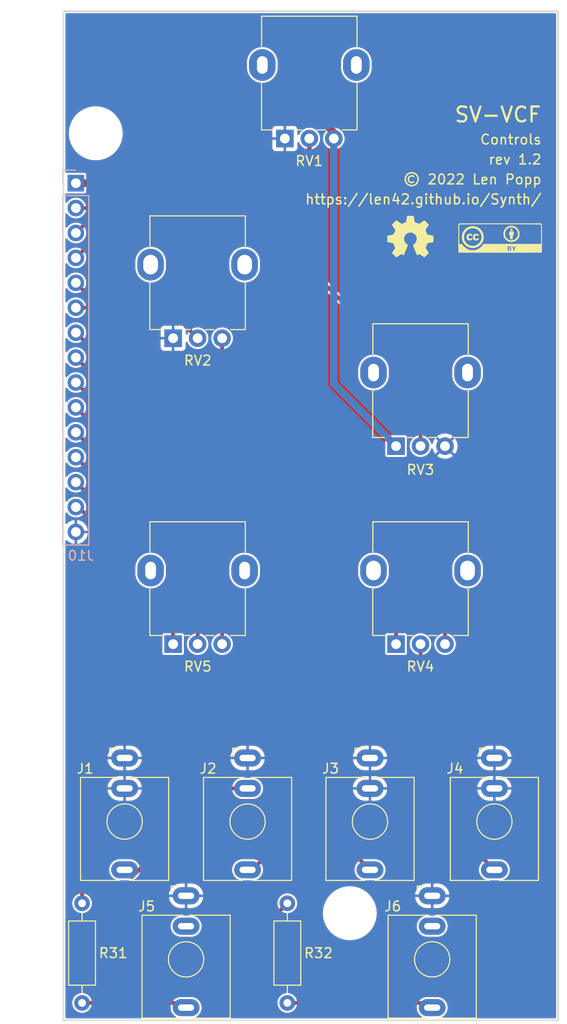
<source format=kicad_pcb>
(kicad_pcb (version 20211014) (generator pcbnew)

  (general
    (thickness 1.6)
  )

  (paper "A4")
  (title_block
    (title "Eurorack State-Variable Filter")
    (date "2022-11-23")
    (rev "1.2")
    (company "Len Popp")
    (comment 1 "Copyright © 2022 Len Popp CC BY")
    (comment 2 "Board settings comply with requirements of OSH Park https://oshpark.com/")
    (comment 3 "CEM3320 state-variable VCF module - Eurorack 10HP")
  )

  (layers
    (0 "F.Cu" signal)
    (31 "B.Cu" signal)
    (36 "B.SilkS" user "B.Silkscreen")
    (37 "F.SilkS" user "F.Silkscreen")
    (38 "B.Mask" user)
    (39 "F.Mask" user)
    (40 "Dwgs.User" user "User.Drawings")
    (41 "Cmts.User" user "User.Comments")
    (44 "Edge.Cuts" user)
    (45 "Margin" user)
    (46 "B.CrtYd" user "B.Courtyard")
    (47 "F.CrtYd" user "F.Courtyard")
    (48 "B.Fab" user)
    (49 "F.Fab" user)
  )

  (setup
    (stackup
      (layer "F.SilkS" (type "Top Silk Screen"))
      (layer "F.Mask" (type "Top Solder Mask") (thickness 0.01))
      (layer "F.Cu" (type "copper") (thickness 0.035))
      (layer "dielectric 1" (type "core") (thickness 1.51) (material "FR4") (epsilon_r 4.5) (loss_tangent 0.02))
      (layer "B.Cu" (type "copper") (thickness 0.035))
      (layer "B.Mask" (type "Bottom Solder Mask") (thickness 0.01))
      (layer "B.SilkS" (type "Bottom Silk Screen"))
      (copper_finish "None")
      (dielectric_constraints no)
    )
    (pad_to_mask_clearance 0.0508)
    (pcbplotparams
      (layerselection 0x00010f0_ffffffff)
      (disableapertmacros false)
      (usegerberextensions true)
      (usegerberattributes true)
      (usegerberadvancedattributes true)
      (creategerberjobfile false)
      (svguseinch false)
      (svgprecision 6)
      (excludeedgelayer true)
      (plotframeref false)
      (viasonmask false)
      (mode 1)
      (useauxorigin false)
      (hpglpennumber 1)
      (hpglpenspeed 20)
      (hpglpendiameter 15.000000)
      (dxfpolygonmode true)
      (dxfimperialunits true)
      (dxfusepcbnewfont true)
      (psnegative false)
      (psa4output false)
      (plotreference true)
      (plotvalue true)
      (plotinvisibletext false)
      (sketchpadsonfab false)
      (subtractmaskfromsilk true)
      (outputformat 1)
      (mirror false)
      (drillshape 0)
      (scaleselection 1)
      (outputdirectory "gerbers/controls/")
    )
  )

  (net 0 "")
  (net 1 "+12V")
  (net 2 "GND")
  (net 3 "OUT-HP")
  (net 4 "Net-(J4-PadT)")
  (net 5 "OUT-LP")
  (net 6 "IN-AUDIO")
  (net 7 "CV-FREQ-1VOCT")
  (net 8 "IN-CV-BUS")
  (net 9 "Net-(J3-PadT)")
  (net 10 "CV-RES-MOD-N")
  (net 11 "unconnected-(J6-PadTN)")
  (net 12 "OUT-AUDIO-LP-HP")
  (net 13 "unconnected-(J5-PadTN)")
  (net 14 "OUT-AUDIO-BP")
  (net 15 "CV-FREQ-POT")
  (net 16 "CV-FREQ-MOD")
  (net 17 "CV-RES-POT")
  (net 18 "OUT-LP-HP")
  (net 19 "CV-RES-MOD-P")
  (net 20 "Net-(J5-PadT)")
  (net 21 "Net-(J6-PadT)")

  (footprint "-lmp-synth:Jack_3.5mm_QingPu_WQP-PJ398SM_Vertical" (layer "F.Cu") (at 106.58 118.2878))

  (footprint "-lmp-synth:Potentiometer_Alpha_RD901F-40-00D_Single_Vertical" (layer "F.Cu") (at 122.936 55.144 90))

  (footprint "-lmp-synth:Potentiometer_Alpha_RD901F-40-00D_Single_Vertical" (layer "F.Cu") (at 134.29 86.497 90))

  (footprint "-lmp-synth:Potentiometer_SongHuei_Single_Vertical" (layer "F.Cu") (at 111.53225 75.497 90))

  (footprint "-lmp-synth:Potentiometer_SongHuei_Single_Vertical" (layer "F.Cu") (at 134.29 106.68 90))

  (footprint "-lmp-synth:Jack_3.5mm_QingPu_WQP-PJ398SM_Vertical" (layer "F.Cu") (at 119.13 118.2878))

  (footprint "-lmp-synth:Jack_3.5mm_QingPu_WQP-PJ398SM_Vertical" (layer "F.Cu") (at 131.63 118.2878))

  (footprint "-lmp-synth:Jack_3.5mm_QingPu_WQP-PJ398SM_Vertical" (layer "F.Cu") (at 144.33 118.2878))

  (footprint "-lmp-synth:Jack_3.5mm_QingPu_WQP-PJ398SM_Vertical" (layer "F.Cu") (at 112.855 132.334))

  (footprint "-lmp-misc:R_Axial_DIN0207_L6.3mm_D2.5mm_P10.16mm_Horizontal" (layer "F.Cu") (at 102.235 143.256 90))

  (footprint "-lmp-misc:Logo_OSHW" (layer "F.Cu") (at 135.763 65.151))

  (footprint "-lmp-misc:Logo_CC_BY" (layer "F.Cu") (at 144.907 65.278))

  (footprint "-lmp-misc:R_Axial_DIN0207_L6.3mm_D2.5mm_P10.16mm_Horizontal" (layer "F.Cu") (at 123.19 143.256 90))

  (footprint "-lmp-synth:Potentiometer_Alpha_RD901F-40-00D_Single_Vertical" (layer "F.Cu") (at 111.53225 106.68 90))

  (footprint "-lmp-synth:Jack_3.5mm_QingPu_WQP-PJ398SM_Vertical" (layer "F.Cu") (at 137.98 132.334))

  (footprint "-lmp-holes:MountingHole_PCB_3.2mm_M3" (layer "F.Cu") (at 129.5702 134.112))

  (footprint "-lmp-holes:MountingHole_PCB_3.2mm_M3" (layer "F.Cu") (at 103.632 54.61))

  (footprint "Connector_PinSocket_2.54mm:PinSocket_1x15_P2.54mm_Vertical" (layer "B.Cu") (at 101.6 59.69 180))

  (gr_line (start 150.83 42.164) (end 150.83 145.034) (layer "Edge.Cuts") (width 0.1524) (tstamp 00000000-0000-0000-0000-000060c192ab))
  (gr_line (start 150.83 145.034) (end 100.33 145.034) (layer "Edge.Cuts") (width 0.1524) (tstamp 00000000-0000-0000-0000-000060c192ae))
  (gr_line (start 100.33 42.164) (end 150.83 42.164) (layer "Edge.Cuts") (width 0.1524) (tstamp 00000000-0000-0000-0000-000060c192b1))
  (gr_line (start 100.33 145.034) (end 100.33 42.164) (layer "Edge.Cuts") (width 0.1524) (tstamp 8a023770-9607-43f4-98b6-819a42a13144))
  (gr_text "https://len42.github.io/Synth/" (at 149.225 61.341) (layer "F.SilkS") (tstamp 01f9013a-c1a1-49f3-8178-f912c44d601a)
    (effects (font (size 1.016 1.016) (thickness 0.1524)) (justify right))
  )
  (gr_text "rev ${REVISION}" (at 149.225 57.277) (layer "F.SilkS") (tstamp 25a12439-9fd2-4a56-8fdb-93be17c03d55)
    (effects (font (size 1 1) (thickness 0.15)) (justify right))
  )
  (gr_text "© 2022 Len Popp" (at 149.225 59.309) (layer "F.SilkS") (tstamp 431bb57a-5778-408e-aef6-67b9479b43d6)
    (effects (font (size 1 1) (thickness 0.15)) (justify right))
  )
  (gr_text "SV-VCF" (at 149.225 52.705) (layer "F.SilkS") (tstamp 73810ca3-6184-4d34-876b-912206a325df)
    (effects (font (size 1.524 1.524) (thickness 0.2286)) (justify right))
  )
  (gr_text "Controls" (at 149.225 55.245) (layer "F.SilkS") (tstamp 7c7ae991-e293-42cc-8b59-b5eb9b974e9f)
    (effects (font (size 1 1) (thickness 0.15)) (justify right))
  )

  (segment (start 127.936 55.144) (end 127.936 54.53) (width 0.762) (layer "F.Cu") (net 1) (tstamp 3806c028-bf7d-41c4-8d0b-17c02441b383))
  (segment (start 127.936 54.53) (end 126.238 52.832) (width 0.762) (layer "F.Cu") (net 1) (tstamp 5a1e7280-b353-4da6-a121-d8484b5871b9))
  (segment (start 112.014 59.69) (end 118.872 52.832) (width 0.762) (layer "F.Cu") (net 1) (tstamp e37bbe28-0dd2-4654-9d4d-115446028054))
  (segment (start 101.6 59.69) (end 112.014 59.69) (width 0.762) (layer "F.Cu") (net 1) (tstamp f7fc6184-e756-4edd-b666-f870827354d5))
  (segment (start 126.238 52.832) (end 118.872 52.832) (width 0.762) (layer "F.Cu") (net 1) (tstamp fce10c33-c114-4cc3-894a-b41b8798c809))
  (segment (start 127.936 55.144) (end 127.936 80.143) (width 0.762) (layer "B.Cu") (net 1) (tstamp 587ecbf6-7cb5-4d24-a0cb-311671ead649))
  (segment (start 127.936 80.143) (end 134.29 86.497) (width 0.762) (layer "B.Cu") (net 1) (tstamp 8ce090b6-460f-4851-b0bc-b73e87dbf8f7))
  (segment (start 116.53225 92.40225) (end 116.53225 106.68) (width 0.381) (layer "F.Cu") (net 3) (tstamp 0b674e12-f075-4d29-83ce-af5f79b4d72e))
  (segment (start 101.6 77.47) (end 116.53225 92.40225) (width 0.381) (layer "F.Cu") (net 3) (tstamp ea19f233-9bea-44f9-aa4c-02595475cec4))
  (segment (start 136.79 122.1478) (end 144.33 129.6878) (width 0.381) (layer "F.Cu") (net 4) (tstamp 119cdf78-9055-452b-aa7b-10db286a2077))
  (segment (start 136.79 106.68) (end 136.79 122.1478) (width 0.381) (layer "F.Cu") (net 4) (tstamp 53d7f8d8-015e-4d31-889d-f794349c61f6))
  (segment (start 111.506 92.456) (end 111.506 106.65375) (width 0.381) (layer "F.Cu") (net 5) (tstamp 1ffae00d-aef7-4be9-95ed-8527638f8d25))
  (segment (start 101.6 82.55) (end 111.506 92.456) (width 0.381) (layer "F.Cu") (net 5) (tstamp 787b4334-c034-458f-bd1b-53bda7ae706b))
  (segment (start 111.506 106.65375) (end 111.53225 106.68) (width 0.381) (layer "F.Cu") (net 5) (tstamp 933f61cc-3c1a-4370-b408-63e382879059))
  (segment (start 108.966 117.475) (end 105.791 114.3) (width 0.381) (layer "F.Cu") (net 6) (tstamp 10d5f994-1b44-406b-909f-7b442be05543))
  (segment (start 107.315 130.429) (end 108.966 128.778) (width 0.381) (layer "F.Cu") (net 6) (tstamp 216166c5-7aa1-42fe-a759-343ff8ebf489))
  (segment (start 108.966 128.778) (end 108.966 117.475) (width 0.381) (layer "F.Cu") (net 6) (tstamp 66f514d4-1ae3-416b-a456-69a744494a9f))
  (segment (start 105.791 91.821) (end 101.6 87.63) (width 0.381) (layer "F.Cu") (net 6) (tstamp 73a5977c-88b9-4ad7-8711-7f5f68c2ee60))
  (segment (start 106.58 129.694) (end 107.315 130.429) (width 0.381) (layer "F.Cu") (net 6) (tstamp 864a671a-fff5-4ec0-a119-198a1f13be42))
  (segment (start 106.58 129.6878) (end 106.58 129.694) (width 0.381) (layer "F.Cu") (net 6) (tstamp baac332e-012f-4ad0-b1ad-e85abb4fe584))
  (segment (start 105.791 114.3) (end 105.791 91.821) (width 0.381) (layer "F.Cu") (net 6) (tstamp bd3a89e3-0179-4c1f-b960-57d285861dfa))
  (segment (start 119.13 129.6878) (end 119.6132 129.6878) (width 0.381) (layer "F.Cu") (net 7) (tstamp 370dd802-7f1b-4df4-a32c-20991edff26f))
  (segment (start 121.539 127.762) (end 121.539 94.869) (width 0.381) (layer "F.Cu") (net 7) (tstamp 4aadf6d0-e04a-4616-955a-a2b21d1592e9))
  (segment (start 119.6132 129.6878) (end 121.539 127.762) (width 0.381) (layer "F.Cu") (net 7) (tstamp 55dc92e4-7a04-4802-905e-e21a2547ccf4))
  (segment (start 121.539 94.869) (end 101.6 74.93) (width 0.381) (layer "F.Cu") (net 7) (tstamp 8fe77143-fabe-42d8-a751-0b939dad9c5a))
  (segment (start 114.6568 121.3878) (end 119.13 121.3878) (width 0.381) (layer "F.Cu") (net 8) (tstamp 315d97d1-40f3-4b75-b11c-bb52bfffaa22))
  (segment (start 101.6 85.09) (end 106.934 90.424) (width 0.381) (layer "F.Cu") (net 8) (tstamp 5b1e5f80-d7b9-49ce-97ee-f18c657334bb))
  (segment (start 106.934 109.1918) (end 106.934 113.665) (width 0.381) (layer "F.Cu") (net 8) (tstamp 6af71a33-42a9-479c-97d9-53ec35e35688))
  (segment (start 106.934 90.424) (end 106.934 109.155816) (width 0.381) (layer "F.Cu") (net 8) (tstamp 6d9e1a04-d4f7-4aee-b842-dc87a5e91571))
  (segment (start 106.934 113.665) (end 114.6568 121.3878) (width 0.381) (layer "F.Cu") (net 8) (tstamp 95a4818a-19ae-4165-8b29-f1ac4efc8db9))
  (segment (start 126.111 96.07575) (end 126.111 124.1688) (width 0.381) (layer "F.Cu") (net 9) (tstamp 14efdd62-7f37-45bb-80a1-fce2bb5ef83f))
  (segment (start 116.53225 86.497) (end 126.111 96.07575) (width 0.381) (layer "F.Cu") (net 9) (tstamp 1d66eafb-7509-4078-963f-32fae586de56))
  (segment (start 116.53225 75.497) (end 116.53225 86.497) (width 0.381) (layer "F.Cu") (net 9) (tstamp 320befaf-da21-49b4-a7c9-fb852cd98fa3))
  (segment (start 126.111 124.1688) (end 131.63 129.6878) (width 0.381) (layer "F.Cu") (net 9) (tstamp a1801004-f2b5-43f6-8ab0-627834f59761))
  (segment (start 139.29 95.729) (end 139.29 106.68) (width 0.381) (layer "F.Cu") (net 10) (tstamp 76827732-f754-43f2-87d1-e7668c281391))
  (segment (start 126.238 82.677) (end 139.29 95.729) (width 0.381) (layer "F.Cu") (net 10) (tstamp 9ecf1efb-bdfa-43c5-9f47-3dd9a21801d8))
  (segment (start 101.6 67.31) (end 103.378 65.532) (width 0.381) (layer "F.Cu") (net 10) (tstamp b2573850-88b0-4d3b-aa34-0053e8f09d8d))
  (segment (start 126.238 79.756) (end 126.238 82.677) (width 0.381) (layer "F.Cu") (net 10) (tstamp ce5d8241-903b-4b63-a95c-a9c7d45a19ee))
  (segment (start 112.014 65.532) (end 126.238 79.756) (width 0.381) (layer "F.Cu") (net 10) (tstamp d03215f9-2dc4-4a8d-aa89-31d889e51385))
  (segment (start 103.378 65.532) (end 112.014 65.532) (width 0.381) (layer "F.Cu") (net 10) (tstamp eb17c201-ab22-4c90-a679-898c289440a9))
  (segment (start 103.505 98.552) (end 103.505 94.361) (width 0.381) (layer "F.Cu") (net 12) (tstamp 2a9ec998-a48f-4ba2-b567-092cf6ea3996))
  (segment (start 102.235 133.096) (end 102.235 99.822) (width 0.381) (layer "F.Cu") (net 12) (tstamp 3132d383-a86e-4f6c-9825-7810bc82a399))
  (segment (start 103.505 94.361) (end 101.854 92.71) (width 0.381) (layer "F.Cu") (net 12) (tstamp 4f4a6b18-41bb-4ccb-9e99-50306f08cb6e))
  (segment (start 101.854 92.71) (end 101.6 92.71) (width 0.381) (layer "F.Cu") (net 12) (tstamp 60c58e77-ad59-4c1d-8254-43cdd8d8c0bb))
  (segment (start 102.235 99.822) (end 103.505 98.552) (width 0.381) (layer "F.Cu") (net 12) (tstamp 973f694d-3096-4b63-8c2e-82315c2f82d4))
  (segment (start 104.648 93.218) (end 104.648 103.886) (width 0.381) (layer "F.Cu") (net 14) (tstamp 07628d86-a6fb-48f3-a1b2-4c737b4b2c11))
  (segment (start 115.189 141.097) (end 123.19 133.096) (width 0.381) (layer "F.Cu") (net 14) (tstamp 34deceaa-28bc-4a84-910c-d0f3d8770d29))
  (segment (start 104.14 133.35) (end 111.887 141.097) (width 0.381) (layer "F.Cu") (net 14) (tstamp 5f4be0a0-5224-45e2-a805-a11df769a6c9))
  (segment (start 101.6 90.17) (end 104.648 93.218) (width 0.381) (layer "F.Cu") (net 14) (tstamp 88c9b5fd-6259-453c-979a-575ff58138f5))
  (segment (start 104.648 103.886) (end 104.14 104.394) (width 0.381) (layer "F.Cu") (net 14) (tstamp 96b3dafc-b79e-4060-9f54-a1057adab2fd))
  (segment (start 104.14 104.394) (end 104.14 133.35) (width 0.381) (layer "F.Cu") (net 14) (tstamp c3cb5731-0a6a-4a16-8100-40a7f929026a))
  (segment (start 111.887 141.097) (end 115.189 141.097) (width 0.381) (layer "F.Cu") (net 14) (tstamp d64e0fc3-201d-40dd-a1e5-85eba45eecb2))
  (segment (start 125.476 56.134) (end 124.587 57.023) (width 0.381) (layer "F.Cu") (net 15) (tstamp 1fadc7b5-36df-46da-ba1e-5d8d05dbb0aa))
  (segment (start 101.6 62.23) (end 119.38 62.23) (width 0.381) (layer "F.Cu") (net 15) (tstamp 2ce84fa3-ffd3-4769-bf61-4ccf925ece76))
  (segment (start 125.476 55.184) (end 125.476 56.134) (width 0.381) (layer "F.Cu") (net 15) (tstamp a3410ece-3aaf-466a-a281-5ab65a1ec385))
  (segment (start 125.436 55.144) (end 125.476 55.184) (width 0.381) (layer "F.Cu") (net 15) (tstamp aba41e5d-c91e-48ab-9eaa-36c190f05fb5))
  (segment (start 119.38 62.23) (end 120.7135 60.8965) (width 0.381) (layer "F.Cu") (net 15) (tstamp cfa0bf75-cc98-4b53-b09d-d605977fd868))
  (segment (start 124.587 57.023) (end 120.7135 60.8965) (width 0.381) (layer "F.Cu") (net 15) (tstamp f3f8bb9e-c30a-4442-9b4c-0e3ae53370f3))
  (segment (start 110.92525 72.39) (end 101.6 72.39) (width 0.381) (layer "F.Cu") (net 16) (tstamp a4fca22f-5666-44f8-8426-0ea696e769d3))
  (segment (start 114.03225 75.497) (end 110.92525 72.39) (width 0.381) (layer "F.Cu") (net 16) (tstamp c7c23f33-43b3-4407-8e85-c0c02a11d64d))
  (segment (start 136.79 79.767) (end 120.904 63.881) (width 0.381) (layer "F.Cu") (net 17) (tstamp 403b9962-b5cb-4089-bbea-39b098da31a5))
  (segment (start 136.79 86.497) (end 136.79 79.767) (width 0.381) (layer "F.Cu") (net 17) (tstamp 65231891-74ad-48ac-9d69-d739d85efb46))
  (segment (start 102.489 63.881) (end 101.6 64.77) (width 0.381) (layer "F.Cu") (net 17) (tstamp 73f2f75c-df6b-4385-b681-a56e4c1eb3f0))
  (segment (start 120.904 63.881) (end 102.489 63.881) (width 0.381) (layer "F.Cu") (net 17) (tstamp b8e53abe-e6b5-4176-bd9b-5254c7bcc6e8))
  (segment (start 114.03225 106.68) (end 114.046 106.66625) (width 0.381) (layer "F.Cu") (net 18) (tstamp 8fc34d68-e422-4609-ae56-60ad9206924f))
  (segment (start 114.046 92.456) (end 101.6 80.01) (width 0.381) (layer "F.Cu") (net 18) (tstamp cd2c6765-3d37-484e-b033-3765da5d9455))
  (segment (start 114.046 106.66625) (end 114.046 92.456) (width 0.381) (layer "F.Cu") (net 18) (tstamp d02f45d4-e595-43cc-aeff-0b7e493907ea))
  (segment (start 120.396 76.454) (end 114.554 70.612) (width 0.381) (layer "F.Cu") (net 19) (tstamp 0469e215-a5e6-4f70-8fd9-8692c09ea00c))
  (segment (start 102.362 70.612) (end 101.6 69.85) (width 0.381) (layer "F.Cu") (net 19) (tstamp 3223abb9-7aab-4d0e-a645-02f6cfb51e8c))
  (segment (start 134.29 93.65) (end 120.396 79.756) (width 0.381) (layer "F.Cu") (net 19) (tstamp 8d2a7490-0e23-4d68-b354-537f1ba7f2fb))
  (segment (start 114.554 70.612) (end 102.362 70.612) (width 0.381) (layer "F.Cu") (net 19) (tstamp aee24dd0-cbb3-44d5-a8ea-d26432ee4fac))
  (segment (start 120.396 79.756) (end 120.396 76.454) (width 0.381) (layer "F.Cu") (net 19) (tstamp dbfe3ad9-ea41-4010-a2a3-110712bee24d))
  (segment (start 134.29 106.68) (end 134.29 93.65) (width 0.381) (layer "F.Cu") (net 19) (tstamp f657d80e-1b82-4e3d-90f9-128670100630))
  (segment (start 102.235 143.256) (end 112.377 143.256) (width 0.381) (layer "F.Cu") (net 20) (tstamp 7036c43e-d1d7-4a30-a1bf-ebcb363475e8))
  (segment (start 112.377 143.256) (end 112.855 143.734) (width 0.381) (layer "F.Cu") (net 20) (tstamp 88e5c5f9-ab32-4a43-9db1-c5815ec1c7de))
  (segment (start 123.19 143.256) (end 137.502 143.256) (width 0.381) (layer "F.Cu") (net 21) (tstamp 27af2886-c6d2-46a9-a25a-e4306ccf2687))
  (segment (start 137.502 143.256) (end 137.98 143.734) (width 0.381) (layer "F.Cu") (net 21) (tstamp 401c7425-6fdf-424c-9d5f-67c67b69aa44))

  (zone (net 2) (net_name "GND") (layers F&B.Cu) (tstamp 00000000-0000-0000-0000-0000619f1153) (hatch edge 0.508)
    (connect_pads (clearance 0.2032))
    (min_thickness 0.2032) (filled_areas_thickness no)
    (fill yes (thermal_gap 0.381) (thermal_bridge_width 0.254))
    (polygon
      (pts
        (xy 151.765 145.415)
        (xy 99.695 145.415)
        (xy 99.695 41.021)
        (xy 151.765 41.021)
      )
    )
    (filled_polygon
      (layer "F.Cu")
      (pts
        (xy 150.584831 42.386913)
        (xy 150.621376 42.437213)
        (xy 150.6263 42.4683)
        (xy 150.6263 144.7297)
        (xy 150.607087 144.788831)
        (xy 150.556787 144.825376)
        (xy 150.5257 144.8303)
        (xy 139.120197 144.8303)
        (xy 139.061066 144.811087)
        (xy 139.024521 144.760787)
        (xy 139.024521 144.698613)
        (xy 139.065087 144.646033)
        (xy 139.065408 144.645867)
        (xy 139.069168 144.642914)
        (xy 139.069172 144.642911)
        (xy 139.161792 144.570157)
        (xy 139.227277 144.518718)
        (xy 139.362181 144.363254)
        (xy 139.465255 144.185085)
        (xy 139.532777 143.990639)
        (xy 139.562313 143.786934)
        (xy 139.552797 143.581318)
        (xy 139.551676 143.576666)
        (xy 139.551675 143.57666)
        (xy 139.505694 143.385871)
        (xy 139.505693 143.385869)
        (xy 139.504571 143.381212)
        (xy 139.443466 143.24682)
        (xy 139.421356 143.198191)
        (xy 139.421354 143.198187)
        (xy 139.419375 143.193835)
        (xy 139.300285 143.025949)
        (xy 139.151597 142.883611)
        (xy 138.978676 142.771957)
        (xy 138.974237 142.770168)
        (xy 138.974235 142.770167)
        (xy 138.792198 142.696804)
        (xy 138.792196 142.696804)
        (xy 138.787761 142.695016)
        (xy 138.666261 142.671289)
        (xy 138.589297 142.656259)
        (xy 138.589294 142.656259)
        (xy 138.585742 142.655565)
        (xy 138.582128 142.655388)
        (xy 138.582126 142.655388)
        (xy 138.581909 142.655378)
        (xy 138.580324 142.6553)
        (xy 137.428569 142.6553)
        (xy 137.426193 142.655527)
        (xy 137.426187 142.655527)
        (xy 137.370824 142.660809)
        (xy 137.275095 142.669943)
        (xy 137.270508 142.671289)
        (xy 137.270506 142.671289)
        (xy 137.204984 142.690511)
        (xy 137.077583 142.727886)
        (xy 137.073327 142.730078)
        (xy 136.898849 142.81994)
        (xy 136.898845 142.819942)
        (xy 136.894592 142.822133)
        (xy 136.871448 142.840313)
        (xy 136.809307 142.8618)
        (xy 124.177656 142.8618)
        (xy 124.118525 142.842587)
        (xy 124.088831 142.808429)
        (xy 124.070821 142.774556)
        (xy 124.030048 142.697874)
        (xy 123.905642 142.545337)
        (xy 123.853358 142.502084)
        (xy 123.757765 142.423002)
        (xy 123.75776 142.422999)
        (xy 123.753977 142.419869)
        (xy 123.735344 142.409794)
        (xy 123.585154 142.328586)
        (xy 123.58515 142.328584)
        (xy 123.580831 142.326249)
        (xy 123.559006 142.319493)
        (xy 123.397499 142.269499)
        (xy 123.397497 142.269499)
        (xy 123.392798 142.268044)
        (xy 123.197041 142.247469)
        (xy 123.19214 142.247915)
        (xy 123.192137 142.247915)
        (xy 123.005913 142.264862)
        (xy 123.00591 142.264863)
        (xy 123.001015 142.265308)
        (xy 122.996301 142.266695)
        (xy 122.996298 142.266696)
        (xy 122.847067 142.310617)
        (xy 122.812188 142.320883)
        (xy 122.807828 142.323162)
        (xy 122.807824 142.323164)
        (xy 122.642117 142.409794)
        (xy 122.637752 142.412076)
        (xy 122.48435 142.535414)
        (xy 122.357827 142.686199)
        (xy 122.263001 142.858688)
        (xy 122.203483 143.046309)
        (xy 122.202935 143.051196)
        (xy 122.202934 143.0512)
        (xy 122.18209 143.23703)
        (xy 122.181542 143.241918)
        (xy 122.198013 143.438064)
        (xy 122.228894 143.54576)
        (xy 122.240464 143.586107)
        (xy 122.252268 143.627274)
        (xy 122.342242 143.802343)
        (xy 122.464506 143.956602)
        (xy 122.614403 144.084175)
        (xy 122.786226 144.180203)
        (xy 122.790907 144.181724)
        (xy 122.968748 144.239509)
        (xy 122.968751 144.23951)
        (xy 122.973427 144.241029)
        (xy 122.978309 144.241611)
        (xy 122.978313 144.241612)
        (xy 123.113156 144.257691)
        (xy 123.168878 144.264335)
        (xy 123.173779 144.263958)
        (xy 123.173782 144.263958)
        (xy 123.278888 144.25587)
        (xy 123.365134 144.249234)
        (xy 123.36987 144.247912)
        (xy 123.369874 144.247911)
        (xy 123.464965 144.221361)
        (xy 123.554719 144.196301)
        (xy 123.583577 144.181724)
        (xy 123.726022 144.109769)
        (xy 123.730411 144.107552)
        (xy 123.760333 144.084175)
        (xy 123.881643 143.989397)
        (xy 123.88552 143.986368)
        (xy 124.014136 143.837364)
        (xy 124.091541 143.701108)
        (xy 124.137453 143.659185)
        (xy 124.179011 143.6502)
        (xy 136.300207 143.6502)
        (xy 136.359338 143.669413)
        (xy 136.395883 143.719713)
        (xy 136.400699 143.746149)
        (xy 136.404921 143.837364)
        (xy 136.407203 143.886682)
        (xy 136.408324 143.891334)
        (xy 136.408325 143.89134)
        (xy 136.454306 144.082129)
        (xy 136.455429 144.086788)
        (xy 136.457412 144.09115)
        (xy 136.457413 144.091152)
        (xy 136.536156 144.264335)
        (xy 136.540625 144.274165)
        (xy 136.659715 144.442051)
        (xy 136.808403 144.584389)
        (xy 136.812425 144.586986)
        (xy 136.902562 144.645187)
        (xy 136.941816 144.693403)
        (xy 136.945232 144.755483)
        (xy 136.911506 144.807715)
        (xy 136.847992 144.8303)
        (xy 113.995197 144.8303)
        (xy 113.936066 144.811087)
        (xy 113.899521 144.760787)
        (xy 113.899521 144.698613)
        (xy 113.940087 144.646033)
        (xy 113.940408 144.645867)
        (xy 113.944168 144.642914)
        (xy 113.944172 144.642911)
        (xy 114.036792 144.570157)
        (xy 114.102277 144.518718)
        (xy 114.237181 144.363254)
        (xy 114.340255 144.185085)
        (xy 114.407777 143.990639)
        (xy 114.437313 143.786934)
        (xy 114.427797 143.581318)
        (xy 114.426676 143.576666)
        (xy 114.426675 143.57666)
        (xy 114.380694 143.385871)
        (xy 114.380693 143.385869)
        (xy 114.379571 143.381212)
        (xy 114.318466 143.24682)
        (xy 114.296356 143.198191)
        (xy 114.296354 143.198187)
        (xy 114.294375 143.193835)
        (xy 114.175285 143.025949)
        (xy 114.026597 142.883611)
        (xy 113.853676 142.771957)
        (xy 113.849237 142.770168)
        (xy 113.849235 142.770167)
        (xy 113.667198 142.696804)
        (xy 113.667196 142.696804)
        (xy 113.662761 142.695016)
        (xy 113.541261 142.671289)
        (xy 113.464297 142.656259)
        (xy 113.464294 142.656259)
        (xy 113.460742 142.655565)
        (xy 113.457128 142.655388)
        (xy 113.457126 142.655388)
        (xy 113.456909 142.655378)
        (xy 113.455324 142.6553)
        (xy 112.303569 142.6553)
        (xy 112.301193 142.655527)
        (xy 112.301187 142.655527)
        (xy 112.245824 142.660809)
        (xy 112.150095 142.669943)
        (xy 112.145508 142.671289)
        (xy 112.145506 142.671289)
        (xy 112.079984 142.690511)
        (xy 111.952583 142.727886)
        (xy 111.948327 142.730078)
        (xy 111.773849 142.81994)
        (xy 111.773845 142.819942)
        (xy 111.769592 142.822133)
        (xy 111.746448 142.840313)
        (xy 111.684307 142.8618)
        (xy 103.222656 142.8618)
        (xy 103.163525 142.842587)
        (xy 103.133831 142.808429)
        (xy 103.115821 142.774556)
        (xy 103.075048 142.697874)
        (xy 102.950642 142.545337)
        (xy 102.898358 142.502084)
        (xy 102.802765 142.423002)
        (xy 102.80276 142.422999)
        (xy 102.798977 142.419869)
        (xy 102.780344 142.409794)
        (xy 102.630154 142.328586)
        (xy 102.63015 142.328584)
        (xy 102.625831 142.326249)
        (xy 102.604006 142.319493)
        (xy 102.442499 142.269499)
        (xy 102.442497 142.269499)
        (xy 102.437798 142.268044)
        (xy 102.242041 142.247469)
        (xy 102.23714 142.247915)
        (xy 102.237137 142.247915)
        (xy 102.050913 142.264862)
        (xy 102.05091 142.264863)
        (xy 102.046015 142.265308)
        (xy 102.041301 142.266695)
        (xy 102.041298 142.266696)
        (xy 101.892067 142.310617)
        (xy 101.857188 142.320883)
        (xy 101.852828 142.323162)
        (xy 101.852824 142.323164)
        (xy 101.687117 142.409794)
        (xy 101.682752 142.412076)
        (xy 101.52935 142.535414)
        (xy 101.402827 142.686199)
        (xy 101.308001 142.858688)
        (xy 101.248483 143.046309)
        (xy 101.247935 143.051196)
        (xy 101.247934 143.0512)
        (xy 101.22709 143.23703)
        (xy 101.226542 143.241918)
        (xy 101.243013 143.438064)
        (xy 101.273894 143.54576)
        (xy 101.285464 143.586107)
        (xy 101.297268 143.627274)
        (xy 101.387242 143.802343)
        (xy 101.509506 143.956602)
        (xy 101.659403 144.084175)
        (xy 101.831226 144.180203)
        (xy 101.835907 144.181724)
        (xy 102.013748 144.239509)
        (xy 102.013751 144.23951)
        (xy 102.018427 144.241029)
        (xy 102.023309 144.241611)
        (xy 102.023313 144.241612)
        (xy 102.158156 144.257691)
        (xy 102.213878 144.264335)
        (xy 102.218779 144.263958)
        (xy 102.218782 144.263958)
        (xy 102.323888 144.25587)
        (xy 102.410134 144.249234)
        (xy 102.41487 144.247912)
        (xy 102.414874 144.247911)
        (xy 102.509965 144.221361)
        (xy 102.599719 144.196301)
        (xy 102.628577 144.181724)
        (xy 102.771022 144.109769)
        (xy 102.775411 144.107552)
        (xy 102.805333 144.084175)
        (xy 102.926643 143.989397)
        (xy 102.93052 143.986368)
        (xy 103.059136 143.837364)
        (xy 103.136541 143.701108)
        (xy 103.182453 143.659185)
        (xy 103.224011 143.6502)
        (xy 111.175207 143.6502)
        (xy 111.234338 143.669413)
        (xy 111.270883 143.719713)
        (xy 111.275699 143.746149)
        (xy 111.279921 143.837364)
        (xy 111.282203 143.886682)
        (xy 111.283324 143.891334)
        (xy 111.283325 143.89134)
        (xy 111.329306 144.082129)
        (xy 111.330429 144.086788)
        (xy 111.332412 144.09115)
        (xy 111.332413 144.091152)
        (xy 111.411156 144.264335)
        (xy 111.415625 144.274165)
        (xy 111.534715 144.442051)
        (xy 111.683403 144.584389)
        (xy 111.687425 144.586986)
        (xy 111.777562 144.645187)
        (xy 111.816816 144.693403)
        (xy 111.820232 144.755483)
        (xy 111.786506 144.807715)
        (xy 111.722992 144.8303)
        (xy 100.6343 144.8303)
        (xy 100.575169 144.811087)
        (xy 100.538624 144.760787)
        (xy 100.5337 144.7297)
        (xy 100.5337 96.167467)
        (xy 100.552913 96.108336)
        (xy 100.603213 96.071791)
        (xy 100.665387 96.071791)
        (xy 100.705435 96.096332)
        (xy 100.8026 96.193497)
        (xy 100.809303 96.199122)
        (xy 100.978555 96.317633)
        (xy 100.986124 96.322002)
        (xy 101.173385 96.409324)
        (xy 101.181612 96.412318)
        (xy 101.381175 96.465791)
        (xy 101.389804 96.467312)
        (xy 101.457126 96.473202)
        (xy 101.470335 96.470153)
        (xy 101.472302 96.46789)
        (xy 101.473 96.464459)
        (xy 101.473 96.458658)
        (xy 101.727 96.458658)
        (xy 101.731188 96.471548)
        (xy 101.733617 96.473312)
        (xy 101.737091 96.473708)
        (xy 101.810196 96.467312)
        (xy 101.818825 96.465791)
        (xy 102.018388 96.412318)
        (xy 102.026615 96.409324)
        (xy 102.213876 96.322002)
        (xy 102.221445 96.317633)
        (xy 102.390697 96.199122)
        (xy 102.3974 96.193497)
        (xy 102.543497 96.0474)
        (xy 102.549122 96.040697)
        (xy 102.667633 95.871445)
        (xy 102.672002 95.863876)
        (xy 102.759324 95.676615)
        (xy 102.762318 95.668388)
        (xy 102.815791 95.468825)
        (xy 102.817312 95.460196)
        (xy 102.823202 95.392874)
        (xy 102.820153 95.379665)
        (xy 102.81789 95.377698)
        (xy 102.814459 95.377)
        (xy 101.742933 95.377)
        (xy 101.730043 95.381188)
        (xy 101.727 95.385377)
        (xy 101.727 96.458658)
        (xy 101.473 96.458658)
        (xy 101.473 95.107067)
        (xy 101.727 95.107067)
        (xy 101.731188 95.119957)
        (xy 101.735377 95.123)
        (xy 102.808658 95.123)
        (xy 102.821548 95.118812)
        (xy 102.823312 95.116383)
        (xy 102.823708 95.112909)
        (xy 102.817312 95.039804)
        (xy 102.815791 95.031175)
        (xy 102.762318 94.831612)
        (xy 102.759324 94.823385)
        (xy 102.672002 94.636124)
        (xy 102.667633 94.628555)
        (xy 102.549122 94.459303)
        (xy 102.543497 94.4526)
        (xy 102.3974 94.306503)
        (xy 102.390697 94.300878)
        (xy 102.221445 94.182367)
        (xy 102.213876 94.177998)
        (xy 102.026615 94.090676)
        (xy 102.018388 94.087682)
        (xy 101.818825 94.034209)
        (xy 101.810196 94.032688)
        (xy 101.742874 94.026798)
        (xy 101.729665 94.029847)
        (xy 101.727698 94.03211)
        (xy 101.727 94.035541)
        (xy 101.727 95.107067)
        (xy 101.473 95.107067)
        (xy 101.473 94.041342)
        (xy 101.468812 94.028452)
        (xy 101.466383 94.026688)
        (xy 101.462909 94.026292)
        (xy 101.389804 94.032688)
        (xy 101.381175 94.034209)
        (xy 101.181612 94.087682)
        (xy 101.173385 94.090676)
        (xy 100.986124 94.177998)
        (xy 100.978555 94.182367)
        (xy 100.809303 94.300878)
        (xy 100.8026 94.306503)
        (xy 100.705435 94.403668)
        (xy 100.650037 94.431894)
        (xy 100.588629 94.422168)
        (xy 100.544665 94.378204)
        (xy 100.5337 94.332533)
        (xy 100.5337 93.349996)
        (xy 100.552913 93.290865)
        (xy 100.603213 93.25432)
        (xy 100.665387 93.25432)
        (xy 100.71314 93.287509)
        (xy 100.838364 93.445503)
        (xy 100.99573 93.579431)
        (xy 101.176111 93.680243)
        (xy 101.180792 93.681764)
        (xy 101.367959 93.742579)
        (xy 101.367965 93.74258)
        (xy 101.372639 93.744099)
        (xy 101.377521 93.744681)
        (xy 101.377525 93.744682)
        (xy 101.572936 93.767983)
        (xy 101.572937 93.767983)
        (xy 101.577826 93.768566)
        (xy 101.783858 93.752712)
        (xy 101.788599 93.751388)
        (xy 101.788601 93.751388)
        (xy 101.978145 93.698467)
        (xy 101.982887 93.697143)
        (xy 102.117718 93.629035)
        (xy 102.17916 93.619523)
        (xy 102.234211 93.647694)
        (xy 103.081335 94.494818)
        (xy 103.109561 94.550216)
        (xy 103.1108 94.565953)
        (xy 103.1108 98.347047)
        (xy 103.091587 98.406178)
        (xy 103.081335 98.418182)
        (xy 101.91211 99.587407)
        (xy 101.908516 99.594461)
        (xy 101.901445 99.608339)
        (xy 101.893197 99.621798)
        (xy 101.879387 99.640806)
        (xy 101.87694 99.648336)
        (xy 101.876939 99.648339)
        (xy 101.872126 99.663151)
        (xy 101.866085 99.677736)
        (xy 101.85542 99.698667)
        (xy 101.851743 99.721885)
        (xy 101.848062 99.737215)
        (xy 101.8408 99.759565)
        (xy 101.8408 132.108525)
        (xy 101.821587 132.167656)
        (xy 101.786807 132.197677)
        (xy 101.780248 132.201106)
        (xy 101.682752 132.252076)
        (xy 101.52935 132.375414)
        (xy 101.402827 132.526199)
        (xy 101.308001 132.698688)
        (xy 101.248483 132.886309)
        (xy 101.247935 132.891196)
        (xy 101.247934 132.8912)
        (xy 101.246386 132.905003)
        (xy 101.226542 133.081918)
        (xy 101.243013 133.278064)
        (xy 101.273894 133.38576)
        (xy 101.292352 133.450129)
        (xy 101.297268 133.467274)
        (xy 101.387242 133.642343)
        (xy 101.509506 133.796602)
        (xy 101.659403 133.924175)
        (xy 101.831226 134.020203)
        (xy 101.835907 134.021724)
        (xy 102.013748 134.079509)
        (xy 102.013751 134.07951)
        (xy 102.018427 134.081029)
        (xy 102.023309 134.081611)
        (xy 102.023313 134.081612)
        (xy 102.131801 134.094548)
        (xy 102.213878 134.104335)
        (xy 102.218779 134.103958)
        (xy 102.218782 134.103958)
        (xy 102.323888 134.09587)
        (xy 102.410134 134.089234)
        (xy 102.41487 134.087912)
        (xy 102.414874 134.087911)
        (xy 102.556596 134.048341)
        (xy 102.599719 134.036301)
        (xy 102.613599 134.02929)
        (xy 102.771022 133.949769)
        (xy 102.775411 133.947552)
        (xy 102.805333 133.924175)
        (xy 102.926643 133.829397)
        (xy 102.93052 133.826368)
        (xy 103.059136 133.677364)
        (xy 103.116978 133.575544)
        (xy 103.153932 133.510495)
        (xy 103.153933 133.510493)
        (xy 103.156362 133.506217)
        (xy 103.218493 133.319444)
        (xy 103.21911 133.314561)
        (xy 103.242812 133.126941)
        (xy 103.242812 133.126938)
        (xy 103.243163 133.124161)
        (xy 103.243556 133.096)
        (xy 103.242176 133.081918)
        (xy 103.228774 132.945248)
        (xy 103.224348 132.900104)
        (xy 103.222926 132.895394)
        (xy 103.222925 132.895389)
        (xy 103.16888 132.716384)
        (xy 103.168878 132.71638)
        (xy 103.167456 132.711669)
        (xy 103.075048 132.537874)
        (xy 102.950642 132.385337)
        (xy 102.851097 132.302986)
        (xy 102.802765 132.263002)
        (xy 102.80276 132.262999)
        (xy 102.798977 132.259869)
        (xy 102.681952 132.196594)
        (xy 102.639076 132.151569)
        (xy 102.6292 132.108101)
        (xy 102.6292 100.026953)
        (xy 102.648413 99.967822)
        (xy 102.658665 99.955818)
        (xy 103.82789 98.786593)
        (xy 103.838557 98.765658)
        (xy 103.846803 98.752202)
        (xy 103.855959 98.7396)
        (xy 103.85596 98.739599)
        (xy 103.860613 98.733194)
        (xy 103.863061 98.725661)
        (xy 103.867874 98.710849)
        (xy 103.873915 98.696264)
        (xy 103.880986 98.682386)
        (xy 103.88458 98.675333)
        (xy 103.888257 98.652117)
        (xy 103.891938 98.636786)
        (xy 103.8992 98.614436)
        (xy 103.8992 94.298565)
        (xy 103.891938 94.276215)
        (xy 103.888257 94.260885)
        (xy 103.88458 94.237667)
        (xy 103.873915 94.216736)
        (xy 103.867874 94.202151)
        (xy 103.863061 94.187339)
        (xy 103.86306 94.187336)
        (xy 103.860613 94.179806)
        (xy 103.846803 94.160798)
        (xy 103.838555 94.147339)
        (xy 103.831484 94.133461)
        (xy 103.82789 94.126407)
        (xy 102.668857 92.967374)
        (xy 102.640631 92.911976)
        (xy 102.640185 92.88363)
        (xy 102.658034 92.742343)
        (xy 102.658034 92.742339)
        (xy 102.658385 92.739563)
        (xy 102.658798 92.71)
        (xy 102.657349 92.695217)
        (xy 102.647014 92.589818)
        (xy 102.638633 92.504345)
        (xy 102.637211 92.499635)
        (xy 102.63721 92.49963)
        (xy 102.580331 92.311238)
        (xy 102.580329 92.311234)
        (xy 102.578907 92.306523)
        (xy 102.481895 92.12407)
        (xy 102.351292 91.963935)
        (xy 102.192072 91.832217)
        (xy 102.010301 91.733933)
        (xy 102.005601 91.732478)
        (xy 102.005596 91.732476)
        (xy 101.817602 91.674283)
        (xy 101.8176 91.674283)
        (xy 101.812901 91.672828)
        (xy 101.607392 91.651228)
        (xy 101.602491 91.651674)
        (xy 101.602488 91.651674)
        (xy 101.406499 91.66951)
        (xy 101.406496 91.66951)
        (xy 101.401601 91.669956)
        (xy 101.396887 91.671343)
        (xy 101.396884 91.671344)
        (xy 101.242734 91.716714)
        (xy 101.203367 91.7283)
        (xy 101.199007 91.730579)
        (xy 101.199003 91.730581)
        (xy 101.024606 91.821754)
        (xy 101.020241 91.824036)
        (xy 101.016402 91.827123)
        (xy 101.0164 91.827124)
        (xy 100.879558 91.937148)
        (xy 100.859198 91.953518)
        (xy 100.856037 91.957285)
        (xy 100.856036 91.957286)
        (xy 100.850457 91.963935)
        (xy 100.726371 92.111814)
        (xy 100.723999 92.116128)
        (xy 100.723998 92.11613)
        (xy 100.722455 92.118937)
        (xy 100.721395 92.119933)
        (xy 100.721224 92.120182)
        (xy 100.721169 92.120144)
        (xy 100.677131 92.161498)
        (xy 100.615447 92.169289)
        (xy 100.560964 92.139335)
        (xy 100.534493 92.083077)
        (xy 100.5337 92.070471)
        (xy 100.5337 90.809996)
        (xy 100.552913 90.750865)
        (xy 100.603213 90.71432)
        (xy 100.665387 90.71432)
        (xy 100.71314 90.747509)
        (xy 100.838364 90.905503)
        (xy 100.99573 91.039431)
        (xy 101.176111 91.140243)
        (xy 101.180792 91.141764)
        (xy 101.367959 91.202579)
        (xy 101.367965 91.20258)
        (xy 101.372639 91.204099)
        (xy 101.377521 91.204681)
        (xy 101.377525 91.204682)
        (xy 101.572936 91.227983)
        (xy 101.572937 91.227983)
        (xy 101.577826 91.228566)
        (xy 101.783858 91.212712)
        (xy 101.788597 91.211389)
        (xy 101.788602 91.211388)
        (xy 101.962831 91.162743)
        (xy 102.024951 91.165347)
        (xy 102.061019 91.188502)
        (xy 104.224335 93.351818)
        (xy 104.252561 93.407216)
        (xy 104.2538 93.422953)
        (xy 104.2538 103.681047)
        (xy 104.234587 103.740178)
        (xy 104.224335 103.752182)
        (xy 103.81711 104.159407)
        (xy 103.813516 104.166461)
        (xy 103.806445 104.180339)
        (xy 103.798197 104.193798)
        (xy 103.784387 104.212806)
        (xy 103.78194 104.220336)
        (xy 103.781939 104.220339)
        (xy 103.777126 104.235151)
        (xy 103.771085 104.249736)
        (xy 103.76042 104.270667)
        (xy 103.756743 104.293885)
        (xy 103.753062 104.309215)
        (xy 103.7458 104.331565)
        (xy 103.7458 133.412435)
        (xy 103.753062 133.434785)
        (xy 103.756743 133.450115)
        (xy 103.76042 133.473333)
        (xy 103.764016 133.48039)
        (xy 103.771085 133.494264)
        (xy 103.777126 133.508849)
        (xy 103.779499 133.516151)
        (xy 103.784387 133.531194)
        (xy 103.78904 133.537599)
        (xy 103.789041 133.5376)
        (xy 103.798197 133.550202)
        (xy 103.806443 133.563658)
        (xy 103.81711 133.584593)
        (xy 111.652407 141.41989)
        (xy 111.673342 141.430557)
        (xy 111.686798 141.438803)
        (xy 111.705806 141.452613)
        (xy 111.713336 141.45506)
        (xy 111.713339 141.455061)
        (xy 111.728151 141.459874)
        (xy 111.742736 141.465915)
        (xy 111.763667 141.47658)
        (xy 111.786883 141.480257)
        (xy 111.802214 141.483938)
        (xy 111.824564 141.4912)
        (xy 115.251435 141.4912)
        (xy 115.273785 141.483938)
        (xy 115.289115 141.480257)
        (xy 115.312333 141.47658)
        (xy 115.333264 141.465915)
        (xy 115.347849 141.459874)
        (xy 115.362661 141.455061)
        (xy 115.362664 141.45506)
        (xy 115.370194 141.452613)
        (xy 115.389202 141.438803)
        (xy 115.402658 141.430557)
        (xy 115.423593 141.41989)
        (xy 117.987983 138.8555)
        (xy 136.4516 138.8555)
        (xy 136.525 139.319)
        (xy 136.7381 139.7372)
        (xy 137.0699 140.069)
        (xy 137.4881 140.2821)
        (xy 137.9516 140.3555)
        (xy 138.4151 140.2821)
        (xy 138.8333 140.069)
        (xy 139.1651 139.7372)
        (xy 139.3782 139.319)
        (xy 139.4516 138.8555)
        (xy 139.3782 138.392)
        (xy 139.1651 137.9738)
        (xy 138.8333 137.642)
        (xy 138.4151 137.4289)
        (xy 137.9516 137.3555)
        (xy 137.4881 137.4289)
        (xy 137.0699 137.642)
        (xy 136.7381 137.9738)
        (xy 136.525 138.392)
        (xy 136.4516 138.8555)
        (xy 117.987983 138.8555)
        (xy 122.770601 134.072882)
        (xy 122.825999 134.044656)
        (xy 122.872823 134.048341)
        (xy 122.968739 134.079506)
        (xy 122.968741 134.079507)
        (xy 122.973427 134.081029)
        (xy 122.978317 134.081612)
        (xy 122.978321 134.081613)
        (xy 123.086801 134.094548)
        (xy 123.168878 134.104335)
        (xy 123.173779 134.103958)
        (xy 123.173782 134.103958)
        (xy 123.25677 134.097572)
        (xy 126.814711 134.097572)
        (xy 126.823075 134.249554)
        (xy 126.831081 134.395016)
        (xy 126.832935 134.428712)
        (xy 126.890808 134.755265)
        (xy 126.987494 135.0725)
        (xy 126.988722 135.075278)
        (xy 126.988724 135.075283)
        (xy 127.081929 135.286107)
        (xy 127.121591 135.375821)
        (xy 127.291157 135.660836)
        (xy 127.493736 135.923415)
        (xy 127.495864 135.925577)
        (xy 127.495866 135.925579)
        (xy 127.517146 135.947196)
        (xy 127.726393 136.159756)
        (xy 127.985758 136.366434)
        (xy 128.268074 136.540455)
        (xy 128.270825 136.541723)
        (xy 128.270832 136.541727)
        (xy 128.566493 136.678029)
        (xy 128.566499 136.678032)
        (xy 128.569251 136.6793)
        (xy 128.572136 136.680229)
        (xy 128.572141 136.680231)
        (xy 128.88204 136.780027)
        (xy 128.884928 136.780957)
        (xy 128.887901 136.781532)
        (xy 128.887908 136.781534)
        (xy 129.207548 136.843376)
        (xy 129.207553 136.843377)
        (xy 129.210532 136.843953)
        (xy 129.472479 136.8625)
        (xy 129.653586 136.8625)
        (xy 129.90124 136.84757)
        (xy 129.904216 136.847026)
        (xy 129.90422 136.847026)
        (xy 130.224507 136.788531)
        (xy 130.224509 136.788531)
        (xy 130.227485 136.787987)
        (xy 130.544209 136.689641)
        (xy 130.565197 136.680231)
        (xy 130.844057 136.555199)
        (xy 130.846825 136.553958)
        (xy 131.130948 136.382902)
        (xy 131.392463 136.178951)
        (xy 131.627582 135.94506)
        (xy 131.832899 135.684617)
        (xy 131.847387 135.660836)
        (xy 132.003863 135.403981)
        (xy 132.00544 135.401393)
        (xy 132.014682 135.381066)
        (xy 136.397687 135.381066)
        (xy 136.407203 135.586682)
        (xy 136.408324 135.591334)
        (xy 136.408325 135.59134)
        (xy 136.454306 135.782129)
        (xy 136.455429 135.786788)
        (xy 136.457412 135.79115)
        (xy 136.457413 135.791152)
        (xy 136.528363 135.947196)
        (xy 136.540625 135.974165)
        (xy 136.659715 136.142051)
        (xy 136.808403 136.284389)
        (xy 136.981324 136.396043)
        (xy 136.985763 136.397832)
        (xy 136.985765 136.397833)
        (xy 137.085239 136.437922)
        (xy 137.172239 136.472984)
        (xy 137.27662 136.493368)
        (xy 137.370703 136.511741)
        (xy 137.370706 136.511741)
        (xy 137.374258 136.512435)
        (xy 137.377872 136.512612)
        (xy 137.377874 136.512612)
        (xy 137.378091 136.512622)
        (xy 137.379676 136.5127)
        (xy 138.531431 136.5127)
        (xy 138.533807 136.512473)
        (xy 138.533813 136.512473)
        (xy 138.589176 136.507191)
        (xy 138.684905 136.498057)
        (xy 138.689492 136.496711)
        (xy 138.689494 136.496711)
        (xy 138.776467 136.471196)
        (xy 138.882417 136.440114)
        (xy 139.065408 136.345867)
        (xy 139.227277 136.218718)
        (xy 139.362181 136.063254)
        (xy 139.465255 135.885085)
        (xy 139.532777 135.690639)
        (xy 139.562313 135.486934)
        (xy 139.552797 135.281318)
        (xy 139.551676 135.276666)
        (xy 139.551675 135.27666)
        (xy 139.505694 135.085871)
        (xy 139.505693 135.085869)
        (xy 139.504571 135.081212)
        (xy 139.419375 134.893835)
        (xy 139.300285 134.725949)
        (xy 139.151597 134.583611)
        (xy 138.978676 134.471957)
        (xy 138.974237 134.470168)
        (xy 138.974235 134.470167)
        (xy 138.792198 134.396804)
        (xy 138.792196 134.396804)
        (xy 138.787761 134.395016)
        (xy 138.666261 134.371289)
        (xy 138.589297 134.356259)
        (xy 138.589294 134.356259)
        (xy 138.585742 134.355565)
        (xy 138.582128 134.355388)
        (xy 138.582126 134.355388)
        (xy 138.581909 134.355378)
        (xy 138.580324 134.3553)
        (xy 137.428569 134.3553)
        (xy 137.426193 134.355527)
        (xy 137.426187 134.355527)
        (xy 137.370824 134.360809)
        (xy 137.275095 134.369943)
        (xy 137.270508 134.371289)
        (xy 137.270506 134.371289)
        (xy 137.200632 134.391788)
        (xy 137.077583 134.427886)
        (xy 136.894592 134.522133)
        (xy 136.732723 134.649282)
        (xy 136.597819 134.804746)
        (xy 136.494745 134.982915)
        (xy 136.427223 135.177361)
        (xy 136.397687 135.381066)
        (xy 132.014682 135.381066)
        (xy 132.142706 135.099493)
        (xy 132.242709 134.783288)
        (xy 132.303999 134.457359)
        (xy 132.308146 134.394099)
        (xy 132.325491 134.129452)
        (xy 132.325491 134.129449)
        (xy 132.325689 134.126428)
        (xy 132.309342 133.829397)
        (xy 132.307632 133.798316)
        (xy 132.307631 133.79831)
        (xy 132.307465 133.795288)
        (xy 132.249592 133.468735)
        (xy 132.152906 133.1515)
        (xy 132.151676 133.148717)
        (xy 132.020034 132.850949)
        (xy 132.020031 132.850944)
        (xy 132.018809 132.848179)
        (xy 131.954649 132.740336)
        (xy 131.850793 132.565769)
        (xy 131.850791 132.565767)
        (xy 131.849243 132.563164)
        (xy 131.778828 132.471893)
        (xy 136.231438 132.471893)
        (xy 136.245943 132.591745)
        (xy 136.247797 132.600472)
        (xy 136.311087 132.806199)
        (xy 136.314463 132.814472)
        (xy 136.413184 133.005742)
        (xy 136.417961 133.013269)
        (xy 136.548999 133.18404)
        (xy 136.555038 133.190607)
        (xy 136.714243 133.335473)
        (xy 136.721344 133.340863)
        (xy 136.903692 133.45525)
        (xy 136.911639 133.459299)
        (xy 137.11135 133.539582)
        (xy 137.119897 133.542163)
        (xy 137.331438 133.585971)
        (xy 137.338744 133.586933)
        (xy 137.390499 133.589917)
        (xy 137.393388 133.59)
        (xy 137.837067 133.59)
        (xy 137.849957 133.585812)
        (xy 137.853 133.581623)
        (xy 137.853 133.574067)
        (xy 138.107 133.574067)
        (xy 138.111188 133.586957)
        (xy 138.115377 133.59)
        (xy 138.534637 133.59)
        (xy 138.539121 133.5898)
        (xy 138.69886 133.575544)
        (xy 138.707632 133.573965)
        (xy 138.915261 133.517166)
        (xy 138.923615 133.514059)
        (xy 139.117893 133.421392)
        (xy 139.125581 133.416846)
        (xy 139.300375 133.291244)
        (xy 139.307131 133.285413)
        (xy 139.456924 133.130837)
        (xy 139.462541 133.1239)
        (xy 139.582591 132.945248)
        (xy 139.58689 132.937428)
        (xy 139.673407 132.740336)
        (xy 139.676256 132.73187)
        (xy 139.726502 132.522584)
        (xy 139.727807 132.513743)
        (xy 139.729931 132.476907)
        (xy 139.726492 132.463797)
        (xy 139.723552 132.461392)
        (xy 139.72147 132.461)
        (xy 138.122933 132.461)
        (xy 138.110043 132.465188)
        (xy 138.107 132.469377)
        (xy 138.107 133.574067)
        (xy 137.853 133.574067)
        (xy 137.853 132.476933)
        (xy 137.848812 132.464043)
        (xy 137.844623 132.461)
        (xy 136.246053 132.461)
        (xy 136.233163 132.465188)
        (xy 136.231924 132.466894)
        (xy 136.231438 132.471893)
        (xy 131.778828 132.471893)
        (xy 131.646664 132.300585)
        (xy 131.627696 132.281316)
        (xy 131.538879 132.191093)
        (xy 136.230069 132.191093)
        (xy 136.233508 132.204203)
        (xy 136.236448 132.206608)
        (xy 136.23853 132.207)
        (xy 137.837067 132.207)
        (xy 137.849957 132.202812)
        (xy 137.853 132.198623)
        (xy 137.853 132.191067)
        (xy 138.107 132.191067)
        (xy 138.111188 132.203957)
        (xy 138.115377 132.207)
        (xy 139.713947 132.207)
        (xy 139.726837 132.202812)
        (xy 139.728076 132.201106)
        (xy 139.728562 132.196107)
        (xy 139.714057 132.076255)
        (xy 139.712203 132.067528)
        (xy 139.648913 131.861801)
        (xy 139.645537 131.853528)
        (xy 139.546816 131.662258)
        (xy 139.542039 131.654731)
        (xy 139.411001 131.48396)
        (xy 139.404962 131.477393)
        (xy 139.245757 131.332527)
        (xy 139.238656 131.327137)
        (xy 139.056308 131.21275)
        (xy 139.048361 131.208701)
        (xy 138.84865 131.128418)
        (xy 138.840103 131.125837)
        (xy 138.628562 131.082029)
        (xy 138.621256 131.081067)
        (xy 138.569501 131.078083)
        (xy 138.566612 131.078)
        (xy 138.122933 131.078)
        (xy 138.110043 131.082188)
        (xy 138.107 131.086377)
        (xy 138.107 132.191067)
        (xy 137.853 132.191067)
        (xy 137.853 131.093933)
        (xy 137.848812 131.081043)
        (xy 137.844623 131.078)
        (xy 137.425363 131.078)
        (xy 137.420879 131.0782)
        (xy 137.26114 131.092456)
        (xy 137.252368 131.094035)
        (xy 137.044739 131.150834)
        (xy 137.036385 131.153941)
        (xy 136.842107 131.246608)
        (xy 136.834419 131.251154)
        (xy 136.659625 131.376756)
        (xy 136.652869 131.382587)
        (xy 136.503076 131.537163)
        (xy 136.497459 131.5441)
        (xy 136.377409 131.722752)
        (xy 136.37311 131.730572)
        (xy 136.286593 131.927664)
        (xy 136.283744 131.93613)
        (xy 136.233498 132.145416)
        (xy 136.232193 132.154257)
        (xy 136.230069 132.191093)
        (xy 131.538879 132.191093)
        (xy 131.517573 132.16945)
        (xy 131.414007 132.064244)
        (xy 131.154642 131.857566)
        (xy 130.872326 131.683545)
        (xy 130.869575 131.682277)
        (xy 130.869568 131.682273)
        (xy 130.573907 131.545971)
        (xy 130.573901 131.545968)
        (xy 130.571149 131.5447)
        (xy 130.568264 131.543771)
        (xy 130.568259 131.543769)
        (xy 130.25836 131.443973)
        (xy 130.255472 131.443043)
        (xy 130.252499 131.442468)
        (xy 130.252492 131.442466)
        (xy 129.932852 131.380624)
        (xy 129.932847 131.380623)
        (xy 129.929868 131.380047)
        (xy 129.667921 131.3615)
        (xy 129.486814 131.3615)
        (xy 129.23916 131.37643)
        (xy 129.236184 131.376974)
        (xy 129.23618 131.376974)
        (xy 128.915893 131.435469)
        (xy 128.915891 131.435469)
        (xy 128.912915 131.436013)
        (xy 128.596191 131.534359)
        (xy 128.593428 131.535598)
        (xy 128.593425 131.535599)
        (xy 128.386441 131.628404)
        (xy 128.293575 131.670042)
        (xy 128.009452 131.841098)
        (xy 127.747937 132.045049)
        (xy 127.512818 132.27894)
        (xy 127.307501 132.539383)
        (xy 127.305921 132.541977)
        (xy 127.30592 132.541978)
        (xy 127.275602 132.591745)
        (xy 127.13496 132.822607)
        (xy 126.997694 133.124507)
        (xy 126.897691 133.440712)
        (xy 126.836401 133.766641)
        (xy 126.836204 133.76965)
        (xy 126.836203 133.769656)
        (xy 126.816329 134.072882)
        (xy 126.814711 134.097572)
        (xy 123.25677 134.097572)
        (xy 123.278888 134.09587)
        (xy 123.365134 134.089234)
        (xy 123.36987 134.087912)
        (xy 123.369874 134.087911)
        (xy 123.511596 134.048341)
        (xy 123.554719 134.036301)
        (xy 123.568599 134.02929)
        (xy 123.726022 133.949769)
        (xy 123.730411 133.947552)
        (xy 123.760333 133.924175)
        (xy 123.881643 133.829397)
        (xy 123.88552 133.826368)
        (xy 124.014136 133.677364)
        (xy 124.071978 133.575544)
        (xy 124.108932 133.510495)
        (xy 124.108933 133.510493)
        (xy 124.111362 133.506217)
        (xy 124.173493 133.319444)
        (xy 124.17411 133.314561)
        (xy 124.197812 133.126941)
        (xy 124.197812 133.126938)
        (xy 124.198163 133.124161)
        (xy 124.198556 133.096)
        (xy 124.197176 133.081918)
        (xy 124.183774 132.945248)
        (xy 124.179348 132.900104)
        (xy 124.177926 132.895394)
        (xy 124.177925 132.895389)
        (xy 124.12388 132.716384)
        (xy 124.123878 132.71638)
        (xy 124.122456 132.711669)
        (xy 124.030048 132.537874)
        (xy 123.905642 132.385337)
        (xy 123.806097 132.302986)
        (xy 123.757765 132.263002)
        (xy 123.75776 132.262999)
        (xy 123.753977 132.259869)
        (xy 123.73534 132.249792)
        (xy 123.585154 132.168586)
        (xy 123.58515 132.168584)
        (xy 123.580831 132.166249)
        (xy 123.559006 132.159493)
        (xy 123.397499 132.109499)
        (xy 123.397497 132.109499)
        (xy 123.392798 132.108044)
        (xy 123.197041 132.087469)
        (xy 123.19214 132.087915)
        (xy 123.192137 132.087915)
        (xy 123.005913 132.104862)
        (xy 123.00591 132.104863)
        (xy 123.001015 132.105308)
        (xy 122.996301 132.106695)
        (xy 122.996298 132.106696)
        (xy 122.86474 132.145416)
        (xy 122.812188 132.160883)
        (xy 122.807828 132.163162)
        (xy 122.807824 132.163164)
        (xy 122.724724 132.206608)
        (xy 122.637752 132.252076)
        (xy 122.48435 132.375414)
        (xy 122.357827 132.526199)
        (xy 122.263001 132.698688)
        (xy 122.203483 132.886309)
        (xy 122.202935 132.891196)
        (xy 122.202934 132.8912)
        (xy 122.201386 132.905003)
        (xy 122.181542 133.081918)
        (xy 122.198013 133.278064)
        (xy 122.208478 133.314561)
        (xy 122.237934 133.417287)
        (xy 122.235764 133.479424)
        (xy 122.212366 133.516151)
        (xy 115.055182 140.673335)
        (xy 114.999784 140.701561)
        (xy 114.984047 140.7028)
        (xy 112.091953 140.7028)
        (xy 112.032822 140.683587)
        (xy 112.020818 140.673335)
        (xy 110.163212 138.815729)
        (xy 111.3957 138.815729)
        (xy 111.4691 139.279229)
        (xy 111.6822 139.697429)
        (xy 112.014 140.029229)
        (xy 112.4322 140.242329)
        (xy 112.8957 140.315729)
        (xy 113.3592 140.242329)
        (xy 113.7774 140.029229)
        (xy 114.1092 139.697429)
        (xy 114.3223 139.279229)
        (xy 114.3957 138.815729)
        (xy 114.3223 138.352229)
        (xy 114.1092 137.934029)
        (xy 113.7774 137.602229)
        (xy 113.3592 137.389129)
        (xy 112.8957 137.315729)
        (xy 112.4322 137.389129)
        (xy 112.014 137.602229)
        (xy 111.6822 137.934029)
        (xy 111.4691 138.352229)
        (xy 111.3957 138.815729)
        (xy 110.163212 138.815729)
        (xy 106.728549 135.381066)
        (xy 111.272687 135.381066)
        (xy 111.282203 135.586682)
        (xy 111.283324 135.591334)
        (xy 111.283325 135.59134)
        (xy 111.329306 135.782129)
        (xy 111.330429 135.786788)
        (xy 111.332412 135.79115)
        (xy 111.332413 135.791152)
        (xy 111.403363 135.947196)
        (xy 111.415625 135.974165)
        (xy 111.534715 136.142051)
        (xy 111.683403 136.284389)
        (xy 111.856324 136.396043)
        (xy 111.860763 136.397832)
        (xy 111.860765 136.397833)
        (xy 111.960239 136.437922)
        (xy 112.047239 136.472984)
        (xy 112.15162 136.493368)
        (xy 112.245703 136.511741)
        (xy 112.245706 136.511741)
        (xy 112.249258 136.512435)
        (xy 112.252872 136.512612)
        (xy 112.252874 136.512612)
        (xy 112.253091 136.512622)
        (xy 112.254676 136.5127)
        (xy 113.406431 136.5127)
        (xy 113.408807 136.512473)
        (xy 113.408813 136.512473)
        (xy 113.464176 136.507191)
        (xy 113.559905 136.498057)
        (xy 113.564492 136.496711)
        (xy 113.564494 136.496711)
        (xy 113.651467 136.471196)
        (xy 113.757417 136.440114)
        (xy 113.940408 136.345867)
        (xy 114.102277 136.218718)
        (xy 114.237181 136.063254)
        (xy 114.340255 135.885085)
        (xy 114.407777 135.690639)
        (xy 114.437313 135.486934)
        (xy 114.427797 135.281318)
        (xy 114.426676 135.276666)
        (xy 114.426675 135.27666)
        (xy 114.380694 135.085871)
        (xy 114.380693 135.085869)
        (xy 114.379571 135.081212)
        (xy 114.294375 134.893835)
        (xy 114.175285 134.725949)
        (xy 114.026597 134.583611)
        (xy 113.853676 134.471957)
        (xy 113.849237 134.470168)
        (xy 113.849235 134.470167)
        (xy 113.667198 134.396804)
        (xy 113.667196 134.396804)
        (xy 113.662761 134.395016)
        (xy 113.541261 134.371289)
        (xy 113.464297 134.356259)
        (xy 113.464294 134.356259)
        (xy 113.460742 134.355565)
        (xy 113.457128 134.355388)
        (xy 113.457126 134.355388)
        (xy 113.456909 134.355378)
        (xy 113.455324 134.3553)
        (xy 112.303569 134.3553)
        (xy 112.301193 134.355527)
        (xy 112.301187 134.355527)
        (xy 112.245824 134.360809)
        (xy 112.150095 134.369943)
        (xy 112.145508 134.371289)
        (xy 112.145506 134.371289)
        (xy 112.075632 134.391788)
        (xy 111.952583 134.427886)
        (xy 111.769592 134.522133)
        (xy 111.607723 134.649282)
        (xy 111.472819 134.804746)
        (xy 111.369745 134.982915)
        (xy 111.302223 135.177361)
        (xy 111.272687 135.381066)
        (xy 106.728549 135.381066)
        (xy 104.563665 133.216182)
        (xy 104.535439 133.160784)
        (xy 104.5342 133.145047)
        (xy 104.5342 132.471893)
        (xy 111.106438 132.471893)
        (xy 111.120943 132.591745)
        (xy 111.122797 132.600472)
        (xy 111.186087 132.806199)
        (xy 111.189463 132.814472)
        (xy 111.288184 133.005742)
        (xy 111.292961 133.013269)
        (xy 111.423999 133.18404)
        (xy 111.430038 133.190607)
        (xy 111.589243 133.335473)
        (xy 111.596344 133.340863)
        (xy 111.778692 133.45525)
        (xy 111.786639 133.459299)
        (xy 111.98635 133.539582)
        (xy 111.994897 133.542163)
        (xy 112.206438 133.585971)
        (xy 112.213744 133.586933)
        (xy 112.265499 133.589917)
        (xy 112.268388 133.59)
        (xy 112.712067 133.59)
        (xy 112.724957 133.585812)
        (xy 112.728 133.581623)
        (xy 112.728 133.574067)
        (xy 112.982 133.574067)
        (xy 112.986188 133.586957)
        (xy 112.990377 133.59)
        (xy 113.409637 133.59)
        (xy 113.414121 133.5898)
        (xy 113.57386 133.575544)
        (xy 113.582632 133.573965)
        (xy 113.790261 133.517166)
        (xy 113.798615 133.514059)
        (xy 113.992893 133.421392)
        (xy 114.000581 133.416846)
        (xy 114.175375 133.291244)
        (xy 114.182131 133.285413)
        (xy 114.331924 133.130837)
        (xy 114.337541 133.1239)
        (xy 114.457591 132.945248)
        (xy 114.46189 132.937428)
        (xy 114.548407 132.740336)
        (xy 114.551256 132.73187)
        (xy 114.601502 132.522584)
        (xy 114.602807 132.513743)
        (xy 114.604931 132.476907)
        (xy 114.601492 132.463797)
        (xy 114.598552 132.461392)
        (xy 114.59647 132.461)
        (xy 112.997933 132.461)
        (xy 112.985043 132.465188)
        (xy 112.982 132.469377)
        (xy 112.982 133.574067)
        (xy 112.728 133.574067)
        (xy 112.728 132.476933)
        (xy 112.723812 132.464043)
        (xy 112.719623 132.461)
        (xy 111.121053 132.461)
        (xy 111.108163 132.465188)
        (xy 111.106924 132.466894)
        (xy 111.106438 132.471893)
        (xy 104.5342 132.471893)
        (xy 104.5342 132.191093)
        (xy 111.105069 132.191093)
        (xy 111.108508 132.204203)
        (xy 111.111448 132.206608)
        (xy 111.11353 132.207)
        (xy 112.712067 132.207)
        (xy 112.724957 132.202812)
        (xy 112.728 132.198623)
        (xy 112.728 132.191067)
        (xy 112.982 132.191067)
        (xy 112.986188 132.203957)
        (xy 112.990377 132.207)
        (xy 114.588947 132.207)
        (xy 114.601837 132.202812)
        (xy 114.603076 132.201106)
        (xy 114.603562 132.196107)
        (xy 114.589057 132.076255)
        (xy 114.587203 132.067528)
        (xy 114.523913 131.861801)
        (xy 114.520537 131.853528)
        (xy 114.421816 131.662258)
        (xy 114.417039 131.654731)
        (xy 114.286001 131.48396)
        (xy 114.279962 131.477393)
        (xy 114.120757 131.332527)
        (xy 114.113656 131.327137)
        (xy 113.931308 131.21275)
        (xy 113.923361 131.208701)
        (xy 113.72365 131.128418)
        (xy 113.715103 131.125837)
        (xy 113.503562 131.082029)
        (xy 113.496256 131.081067)
        (xy 113.444501 131.078083)
        (xy 113.441612 131.078)
        (xy 112.997933 131.078)
        (xy 112.985043 131.082188)
        (xy 112.982 131.086377)
        (xy 112.982 132.191067)
        (xy 112.728 132.191067)
        (xy 112.728 131.093933)
        (xy 112.723812 131.081043)
        (xy 112.719623 131.078)
        (xy 112.300363 131.078)
        (xy 112.295879 131.0782)
        (xy 112.13614 131.092456)
        (xy 112.127368 131.094035)
        (xy 111.919739 131.150834)
        (xy 111.911385 131.153941)
        (xy 111.717107 131.246608)
        (xy 111.709419 131.251154)
        (xy 111.534625 131.376756)
        (xy 111.527869 131.382587)
        (xy 111.378076 131.537163)
        (xy 111.372459 131.5441)
        (xy 111.252409 131.722752)
        (xy 111.24811 131.730572)
        (xy 111.161593 131.927664)
        (xy 111.158744 131.93613)
        (xy 111.108498 132.145416)
        (xy 111.107193 132.154257)
        (xy 111.105069 132.191093)
        (xy 104.5342 132.191093)
        (xy 104.5342 124.769529)
        (xy 105.140839 124.769529)
        (xy 105.214239 125.233029)
        (xy 105.427339 125.651229)
        (xy 105.759139 125.983029)
        (xy 105.76619 125.986622)
        (xy 106.061311 126.137005)
        (xy 106.177339 126.196129)
        (xy 106.640839 126.269529)
        (xy 107.104339 126.196129)
        (xy 107.220367 126.137005)
        (xy 107.515488 125.986622)
        (xy 107.522539 125.983029)
        (xy 107.854339 125.651229)
        (xy 108.067439 125.233029)
        (xy 108.140839 124.769529)
        (xy 108.067439 124.306029)
        (xy 107.854339 123.887829)
        (xy 107.522539 123.556029)
        (xy 107.104339 123.342929)
        (xy 106.640839 123.269529)
        (xy 106.177339 123.342929)
        (xy 105.759139 123.556029)
        (xy 105.427339 123.887829)
        (xy 105.214239 124.306029)
        (xy 105.140839 124.769529)
        (xy 104.5342 124.769529)
        (xy 104.5342 121.525693)
        (xy 104.831438 121.525693)
        (xy 104.845943 121.645545)
        (xy 104.847797 121.654272)
        (xy 104.911087 121.859999)
        (xy 104.914463 121.868272)
        (xy 105.013184 122.059542)
        (xy 105.017961 122.067069)
        (xy 105.148999 122.23784)
        (xy 105.155038 122.244407)
        (xy 105.314243 122.389273)
        (xy 105.321344 122.394663)
        (xy 105.503692 122.50905)
        (xy 105.511639 122.513099)
        (xy 105.71135 122.593382)
        (xy 105.719897 122.595963)
        (xy 105.931438 122.639771)
        (xy 105.938744 122.640733)
        (xy 105.990499 122.643717)
        (xy 105.993388 122.6438)
        (xy 106.437067 122.6438)
        (xy 106.449957 122.639612)
        (xy 106.453 122.635423)
        (xy 106.453 122.627867)
        (xy 106.707 122.627867)
        (xy 106.711188 122.640757)
        (xy 106.715377 122.6438)
        (xy 107.134637 122.6438)
        (xy 107.139121 122.6436)
        (xy 107.29886 122.629344)
        (xy 107.307632 122.627765)
        (xy 107.515261 122.570966)
        (xy 107.523615 122.567859)
        (xy 107.717893 122.475192)
        (xy 107.725581 122.470646)
        (xy 107.900376 122.345043)
        (xy 107.907131 122.339213)
        (xy 108.056924 122.184637)
        (xy 108.062541 122.1777)
        (xy 108.182591 121.999048)
        (xy 108.18689 121.991228)
        (xy 108.273407 121.794136)
        (xy 108.276256 121.78567)
        (xy 108.326502 121.576384)
        (xy 108.327807 121.567543)
        (xy 108.329931 121.530707)
        (xy 108.326492 121.517597)
        (xy 108.323552 121.515192)
        (xy 108.32147 121.5148)
        (xy 106.722933 121.5148)
        (xy 106.710043 121.518988)
        (xy 106.707 121.523177)
        (xy 106.707 122.627867)
        (xy 106.453 122.627867)
        (xy 106.453 121.530733)
        (xy 106.448812 121.517843)
        (xy 106.444623 121.5148)
        (xy 104.846053 121.5148)
        (xy 104.833163 121.518988)
        (xy 104.831924 121.520694)
        (xy 104.831438 121.525693)
        (xy 104.5342 121.525693)
        (xy 104.5342 121.244893)
        (xy 104.830069 121.244893)
        (xy 104.833508 121.258003)
        (xy 104.836448 121.260408)
        (xy 104.83853 121.2608)
        (xy 106.437067 121.2608)
        (xy 106.449957 121.256612)
        (xy 106.453 121.252423)
        (xy 106.453 121.244867)
        (xy 106.707 121.244867)
        (xy 106.711188 121.257757)
        (xy 106.715377 121.2608)
        (xy 108.313947 121.2608)
        (xy 108.326837 121.256612)
        (xy 108.328076 121.254906)
        (xy 108.328562 121.249907)
        (xy 108.314057 121.130055)
        (xy 108.312203 121.121328)
        (xy 108.248913 120.915601)
        (xy 108.245537 120.907328)
        (xy 108.146816 120.716058)
        (xy 108.142039 120.708531)
        (xy 108.011001 120.53776)
        (xy 108.004962 120.531193)
        (xy 107.845757 120.386327)
        (xy 107.838656 120.380937)
        (xy 107.656308 120.26655)
        (xy 107.648361 120.262501)
        (xy 107.44865 120.182218)
        (xy 107.440103 120.179637)
        (xy 107.228562 120.135829)
        (xy 107.221256 120.134867)
        (xy 107.169501 120.131883)
        (xy 107.166612 120.1318)
        (xy 106.722933 120.1318)
        (xy 106.710043 120.135988)
        (xy 106.707 120.140177)
        (xy 106.707 121.244867)
        (xy 106.453 121.244867)
        (xy 106.453 120.147733)
        (xy 106.448812 120.134843)
        (xy 106.444623 120.1318)
        (xy 106.025363 120.1318)
        (xy 106.020879 120.132)
        (xy 105.86114 120.146256)
        (xy 105.852368 120.147835)
        (xy 105.644739 120.204634)
        (xy 105.636385 120.207741)
        (xy 105.442107 120.300408)
        (xy 105.434419 120.304954)
        (xy 105.259625 120.430556)
        (xy 105.252869 120.436387)
        (xy 105.103076 120.590963)
        (xy 105.097459 120.5979)
        (xy 104.977409 120.776552)
        (xy 104.97311 120.784372)
        (xy 104.886593 120.981464)
        (xy 104.883744 120.98993)
        (xy 104.833498 121.199216)
        (xy 104.832193 121.208057)
        (xy 104.830069 121.244893)
        (xy 104.5342 121.244893)
        (xy 104.5342 118.425693)
        (xy 104.831438 118.425693)
        (xy 104.845943 118.545545)
        (xy 104.847797 118.554272)
        (xy 104.911087 118.759999)
        (xy 104.914463 118.768272)
        (xy 105.013184 118.959542)
        (xy 105.017961 118.967069)
        (xy 105.148999 119.13784)
        (xy 105.155038 119.144407)
        (xy 105.314243 119.289273)
        (xy 105.321344 119.294663)
        (xy 105.503692 119.40905)
        (xy 105.511639 119.413099)
        (xy 105.71135 119.493382)
        (xy 105.719897 119.495963)
        (xy 105.931438 119.539771)
        (xy 105.938744 119.540733)
        (xy 105.990499 119.543717)
        (xy 105.993388 119.5438)
        (xy 106.437067 119.5438)
        (xy 106.449957 119.539612)
        (xy 106.453 119.535423)
        (xy 106.453 119.527867)
        (xy 106.707 119.527867)
        (xy 106.711188 119.540757)
        (xy 106.715377 119.5438)
        (xy 107.134637 119.5438)
        (xy 107.139121 119.5436)
        (xy 107.29886 119.529344)
        (xy 107.307632 119.527765)
        (xy 107.515261 119.470966)
        (xy 107.523615 119.467859)
        (xy 107.717893 119.375192)
        (xy 107.725581 119.370646)
        (xy 107.900375 119.245044)
        (xy 107.907131 119.239213)
        (xy 108.056924 119.084637)
        (xy 108.062541 119.0777)
        (xy 108.182591 118.899048)
        (xy 108.18689 118.891228)
        (xy 108.273407 118.694136)
        (xy 108.276256 118.68567)
        (xy 108.326502 118.476384)
        (xy 108.327807 118.467543)
        (xy 108.329931 118.430707)
        (xy 108.326492 118.417597)
        (xy 108.323552 118.415192)
        (xy 108.32147 118.4148)
        (xy 106.722933 118.4148)
        (xy 106.710043 118.418988)
        (xy 106.707 118.423177)
        (xy 106.707 119.527867)
        (xy 106.453 119.527867)
        (xy 106.453 118.430733)
        (xy 106.448812 118.417843)
        (xy 106.444623 118.4148)
        (xy 104.846053 118.4148)
        (xy 104.833163 118.418988)
        (xy 104.831924 118.420694)
        (xy 104.831438 118.425693)
        (xy 104.5342 118.425693)
        (xy 104.5342 118.144893)
        (xy 104.830069 118.144893)
        (xy 104.833508 118.158003)
        (xy 104.836448 118.160408)
        (xy 104.83853 118.1608)
        (xy 106.437067 118.1608)
        (xy 106.449957 118.156612)
        (xy 106.453 118.152423)
        (xy 106.453 118.144867)
        (xy 106.707 118.144867)
        (xy 106.711188 118.157757)
        (xy 106.715377 118.1608)
        (xy 108.313947 118.1608)
        (xy 108.326837 118.156612)
        (xy 108.328076 118.154906)
        (xy 108.328562 118.149907)
        (xy 108.314057 118.030055)
        (xy 108.312203 118.021328)
        (xy 108.248913 117.815601)
        (xy 108.245537 117.807328)
        (xy 108.146816 117.616058)
        (xy 108.142039 117.608531)
        (xy 108.011001 117.43776)
        (xy 108.004962 117.431193)
        (xy 107.845757 117.286327)
        (xy 107.838656 117.280937)
        (xy 107.656308 117.16655)
        (xy 107.648361 117.162501)
        (xy 107.44865 117.082218)
        (xy 107.440103 117.079637)
        (xy 107.228562 117.035829)
        (xy 107.221256 117.034867)
        (xy 107.169501 117.031883)
        (xy 107.166612 117.0318)
        (xy 106.722933 117.0318)
        (xy 106.710043 117.035988)
        (xy 106.707 117.040177)
        (xy 106.707 118.144867)
        (xy 106.453 118.144867)
        (xy 106.453 117.047733)
        (xy 106.448812 117.034843)
        (xy 106.444623 117.0318)
        (xy 106.025363 117.0318)
        (xy 106.020879 117.032)
        (xy 105.86114 117.046256)
        (xy 105.852368 117.047835)
        (xy 105.644739 117.104634)
        (xy 105.636385 117.107741)
        (xy 105.442107 117.200408)
        (xy 105.434419 117.204954)
        (xy 105.259625 117.330556)
        (xy 105.252869 117.336387)
        (xy 105.103076 117.490963)
        (xy 105.097459 117.4979)
        (xy 104.977409 117.676552)
        (xy 104.97311 117.684372)
        (xy 104.886593 117.881464)
        (xy 104.883744 117.88993)
        (xy 104.833498 118.099216)
        (xy 104.832193 118.108057)
        (xy 104.830069 118.144893)
        (xy 104.5342 118.144893)
        (xy 104.5342 104.598953)
        (xy 104.553413 104.539822)
        (xy 104.563665 104.527818)
        (xy 104.97089 104.120593)
        (xy 104.981557 104.099658)
        (xy 104.989803 104.086202)
        (xy 104.998959 104.0736)
        (xy 104.99896 104.073599)
        (xy 105.003613 104.067194)
        (xy 105.006061 104.059661)
        (xy 105.010874 104.044849)
        (xy 105.016915 104.030264)
        (xy 105.023986 104.016386)
        (xy 105.02758 104.009333)
        (xy 105.031257 103.986117)
        (xy 105.034938 103.970786)
        (xy 105.0422 103.948436)
        (xy 105.0422 93.155565)
        (xy 105.034938 93.133215)
        (xy 105.031257 93.117885)
        (xy 105.02758 93.094667)
        (xy 105.016915 93.073736)
        (xy 105.010874 93.059151)
        (xy 105.006061 93.044339)
        (xy 105.00606 93.044336)
        (xy 105.003613 93.036806)
        (xy 104.989803 93.017798)
        (xy 104.981555 93.004339)
        (xy 104.974484 92.990461)
        (xy 104.97089 92.983407)
        (xy 102.616405 90.628922)
        (xy 102.588179 90.573524)
        (xy 102.592083 90.526033)
        (xy 102.630932 90.409248)
        (xy 102.630933 90.409243)
        (xy 102.632486 90.404575)
        (xy 102.637974 90.361133)
        (xy 102.658034 90.202343)
        (xy 102.658034 90.20234)
        (xy 102.658385 90.199563)
        (xy 102.658798 90.17)
        (xy 102.657349 90.155217)
        (xy 102.639113 89.969244)
        (xy 102.638633 89.964345)
        (xy 102.637211 89.959635)
        (xy 102.63721 89.95963)
        (xy 102.580331 89.771238)
        (xy 102.580329 89.771234)
        (xy 102.578907 89.766523)
        (xy 102.481895 89.58407)
        (xy 102.351292 89.423935)
        (xy 102.192072 89.292217)
        (xy 102.010301 89.193933)
        (xy 102.005601 89.192478)
        (xy 102.005596 89.192476)
        (xy 101.817602 89.134283)
        (xy 101.8176 89.134283)
        (xy 101.812901 89.132828)
        (xy 101.607392 89.111228)
        (xy 101.602491 89.111674)
        (xy 101.602488 89.111674)
        (xy 101.406499 89.12951)
        (xy 101.406496 89.12951)
        (xy 101.401601 89.129956)
        (xy 101.396887 89.131343)
        (xy 101.396884 89.131344)
        (xy 101.242734 89.176714)
        (xy 101.203367 89.1883)
        (xy 101.199007 89.190579)
        (xy 101.199003 89.190581)
        (xy 101.188108 89.196277)
        (xy 101.020241 89.284036)
        (xy 101.016402 89.287123)
        (xy 101.0164 89.287124)
        (xy 100.879558 89.397148)
        (xy 100.859198 89.413518)
        (xy 100.856037 89.417285)
        (xy 100.856036 89.417286)
        (xy 100.850457 89.423935)
        (xy 100.726371 89.571814)
        (xy 100.723999 89.576128)
        (xy 100.723998 89.57613)
        (xy 100.722455 89.578937)
        (xy 100.721395 89.579933)
        (xy 100.721224 89.580182)
        (xy 100.721169 89.580144)
        (xy 100.677131 89.621498)
        (xy 100.615447 89.629289)
        (xy 100.560964 89.599335)
        (xy 100.534493 89.543077)
        (xy 100.5337 89.530471)
        (xy 100.5337 88.269996)
        (xy 100.552913 88.210865)
        (xy 100.603213 88.17432)
        (xy 100.665387 88.17432)
        (xy 100.71314 88.207509)
        (xy 100.838364 88.365503)
        (xy 100.99573 88.499431)
        (xy 101.176111 88.600243)
        (xy 101.180792 88.601764)
        (xy 101.367959 88.662579)
        (xy 101.367965 88.66258)
        (xy 101.372639 88.664099)
        (xy 101.377521 88.664681)
        (xy 101.377525 88.664682)
        (xy 101.572936 88.687983)
        (xy 101.572937 88.687983)
        (xy 101.577826 88.688566)
        (xy 101.783858 88.672712)
        (xy 101.788597 88.671389)
        (xy 101.788602 88.671388)
        (xy 101.962831 88.622743)
        (xy 102.024951 88.625347)
        (xy 102.061019 88.648502)
        (xy 105.367335 91.954818)
        (xy 105.395561 92.010216)
        (xy 105.3968 92.025953)
        (xy 105.3968 114.362435)
        (xy 105.404062 114.384785)
        (xy 105.407743 114.400115)
        (xy 105.41142 114.423333)
        (xy 105.415016 114.43039)
        (xy 105.422085 114.444264)
        (xy 105.428126 114.458849)
        (xy 105.432939 114.473661)
        (xy 105.435387 114.481194)
        (xy 105.44004 114.487599)
        (xy 105.440041 114.4876)
        (xy 105.449197 114.500202)
        (xy 105.457443 114.513658)
        (xy 105.46811 114.534593)
        (xy 108.542335 117.608818)
        (xy 108.570561 117.664216)
        (xy 108.5718 117.679953)
        (xy 108.5718 128.573047)
        (xy 108.552587 128.632178)
        (xy 108.542335 128.644182)
        (xy 108.111722 129.074795)
        (xy 108.056324 129.103021)
        (xy 107.994916 129.093295)
        (xy 107.958535 129.061865)
        (xy 107.903057 128.983656)
        (xy 107.903054 128.983652)
        (xy 107.900285 128.979749)
        (xy 107.751597 128.837411)
        (xy 107.578676 128.725757)
        (xy 107.574237 128.723968)
        (xy 107.574235 128.723967)
        (xy 107.392198 128.650604)
        (xy 107.392196 128.650604)
        (xy 107.387761 128.648816)
        (xy 107.266261 128.625089)
        (xy 107.189297 128.610059)
        (xy 107.189294 128.610059)
        (xy 107.185742 128.609365)
        (xy 107.182128 128.609188)
        (xy 107.182126 128.609188)
        (xy 107.181909 128.609178)
        (xy 107.180324 128.6091)
        (xy 106.028569 128.6091)
        (xy 106.026193 128.609327)
        (xy 106.026187 128.609327)
        (xy 105.970824 128.614609)
        (xy 105.875095 128.623743)
        (xy 105.870508 128.625089)
        (xy 105.870506 128.625089)
        (xy 105.846342 128.632178)
        (xy 105.677583 128.681686)
        (xy 105.494592 128.775933)
        (xy 105.332723 128.903082)
        (xy 105.197819 129.058546)
        (xy 105.094745 129.236715)
        (xy 105.027223 129.431161)
        (xy 104.997687 129.634866)
        (xy 105.007203 129.840482)
        (xy 105.008324 129.845134)
        (xy 105.008325 129.84514)
        (xy 105.054306 130.035929)
        (xy 105.055429 130.040588)
        (xy 105.140625 130.227965)
        (xy 105.259715 130.395851)
        (xy 105.408403 130.538189)
        (xy 105.581324 130.649843)
        (xy 105.585763 130.651632)
        (xy 105.585765 130.651633)
        (xy 105.74516 130.715871)
        (xy 105.772239 130.726784)
        (xy 105.87662 130.747168)
        (xy 105.970703 130.765541)
        (xy 105.970706 130.765541)
        (xy 105.974258 130.766235)
        (xy 105.977872 130.766412)
        (xy 105.977874 130.766412)
        (xy 105.978091 130.766422)
        (xy 105.979676 130.7665)
        (xy 107.076833 130.7665)
        (xy 107.122503 130.777464)
        (xy 107.127402 130.77996)
        (xy 107.133806 130.784613)
        (xy 107.141337 130.78706)
        (xy 107.245036 130.820754)
        (xy 107.245038 130.820754)
        (xy 107.252565 130.8232)
        (xy 107.377435 130.8232)
        (xy 107.384962 130.820754)
        (xy 107.384964 130.820754)
        (xy 107.436814 130.803907)
        (xy 107.496194 130.784613)
        (xy 107.571803 130.72968)
        (xy 107.571804 130.729679)
        (xy 107.597216 130.711216)
        (xy 107.611024 130.692211)
        (xy 107.621276 130.680207)
        (xy 109.28889 129.012593)
        (xy 109.299557 128.991658)
        (xy 109.307803 128.978202)
        (xy 109.316959 128.9656)
        (xy 109.31696 128.965599)
        (xy 109.321613 128.959194)
        (xy 109.324061 128.951661)
        (xy 109.328874 128.936849)
        (xy 109.334915 128.922264)
        (xy 109.341984 128.90839)
        (xy 109.34558 128.901333)
        (xy 109.349257 128.878115)
        (xy 109.352938 128.862785)
        (xy 109.3602 128.840435)
        (xy 109.3602 124.769529)
        (xy 117.6556 124.769529)
        (xy 117.729 125.233029)
        (xy 117.9421 125.651229)
        (xy 118.2739 125.983029)
        (xy 118.280951 125.986622)
        (xy 118.576072 126.137005)
        (xy 118.6921 126.196129)
        (xy 119.1556 126.269529)
        (xy 119.6191 126.196129)
        (xy 119.735128 126.137005)
        (xy 120.030249 125.986622)
        (xy 120.0373 125.983029)
        (xy 120.3691 125.651229)
        (xy 120.5822 125.233029)
        (xy 120.6556 124.769529)
        (xy 120.5822 124.306029)
        (xy 120.3691 123.887829)
        (xy 120.0373 123.556029)
        (xy 119.6191 123.342929)
        (xy 119.1556 123.269529)
        (xy 118.6921 123.342929)
        (xy 118.2739 123.556029)
        (xy 117.9421 123.887829)
        (xy 117.729 124.306029)
        (xy 117.6556 124.769529)
        (xy 109.3602 124.769529)
        (xy 109.3602 117.412565)
        (xy 109.352938 117.390215)
        (xy 109.349257 117.374885)
        (xy 109.34558 117.351667)
        (xy 109.334915 117.330736)
        (xy 109.328874 117.316151)
        (xy 109.324061 117.301339)
        (xy 109.32406 117.301336)
        (xy 109.321613 117.293806)
        (xy 109.307803 117.274798)
        (xy 109.299555 117.261339)
        (xy 109.292484 117.247461)
        (xy 109.28889 117.240407)
        (xy 106.214665 114.166182)
        (xy 106.186439 114.110784)
        (xy 106.1852 114.095047)
        (xy 106.1852 91.758565)
        (xy 106.177938 91.736215)
        (xy 106.174257 91.720885)
        (xy 106.17058 91.697667)
        (xy 106.159915 91.676736)
        (xy 106.153874 91.662151)
        (xy 106.149061 91.647339)
        (xy 106.14906 91.647336)
        (xy 106.146613 91.639806)
        (xy 106.132803 91.620798)
        (xy 106.124555 91.607339)
        (xy 106.117484 91.593461)
        (xy 106.11389 91.586407)
        (xy 102.616405 88.088922)
        (xy 102.588179 88.033524)
        (xy 102.592083 87.986033)
        (xy 102.630932 87.869248)
        (xy 102.630933 87.869243)
        (xy 102.632486 87.864575)
        (xy 102.642853 87.78251)
        (xy 102.658034 87.662343)
        (xy 102.658034 87.66234)
        (xy 102.658385 87.659563)
        (xy 102.658798 87.63)
        (xy 102.657349 87.615217)
        (xy 102.646992 87.509599)
        (xy 102.638633 87.424345)
        (xy 102.637211 87.419635)
        (xy 102.63721 87.41963)
        (xy 102.580331 87.231238)
        (xy 102.580329 87.231234)
        (xy 102.578907 87.226523)
        (xy 102.481895 87.04407)
        (xy 102.351292 86.883935)
        (xy 102.192072 86.752217)
        (xy 102.010301 86.653933)
        (xy 102.005601 86.652478)
        (xy 102.005596 86.652476)
        (xy 101.817602 86.594283)
        (xy 101.8176 86.594283)
        (xy 101.812901 86.592828)
        (xy 101.607392 86.571228)
        (xy 101.602491 86.571674)
        (xy 101.602488 86.571674)
        (xy 101.406499 86.58951)
        (xy 101.406496 86.58951)
        (xy 101.401601 86.589956)
        (xy 101.396887 86.591343)
        (xy 101.396884 86.591344)
        (xy 101.274412 86.62739)
        (xy 101.203367 86.6483)
        (xy 101.199007 86.650579)
        (xy 101.199003 86.650581)
        (xy 101.109826 86.697202)
        (xy 101.020241 86.744036)
        (xy 101.016402 86.747123)
        (xy 101.0164 86.747124)
        (xy 101.005663 86.755757)
        (xy 100.859198 86.873518)
        (xy 100.856037 86.877285)
        (xy 100.856036 86.877286)
        (xy 100.850457 86.883935)
        (xy 100.726371 87.031814)
        (xy 100.723999 87.036128)
        (xy 100.723998 87.03613)
        (xy 100.722455 87.038937)
        (xy 100.721395 87.039933)
        (xy 100.721224 87.040182)
        (xy 100.721169 87.040144)
        (xy 100.677131 87.081498)
        (xy 100.615447 87.089289)
        (xy 100.560964 87.059335)
        (xy 100.534493 87.003077)
        (xy 100.5337 86.990471)
        (xy 100.5337 85.729996)
        (xy 100.552913 85.670865)
        (xy 100.603213 85.63432)
        (xy 100.665387 85.63432)
        (xy 100.71314 85.667509)
        (xy 100.838364 85.825503)
        (xy 100.99573 85.959431)
        (xy 101.176111 86.060243)
        (xy 101.180792 86.061764)
        (xy 101.367959 86.122579)
        (xy 101.367965 86.12258)
        (xy 101.372639 86.124099)
        (xy 101.377521 86.124681)
        (xy 101.377525 86.124682)
        (xy 101.572936 86.147983)
        (xy 101.572937 86.147983)
        (xy 101.577826 86.148566)
        (xy 101.783858 86.132712)
        (xy 101.788597 86.131389)
        (xy 101.788602 86.131388)
        (xy 101.962831 86.082743)
        (xy 102.024951 86.085347)
        (xy 102.061019 86.108502)
        (xy 106.510335 90.557818)
        (xy 106.538561 90.613216)
        (xy 106.5398 90.628953)
        (xy 106.5398 113.727435)
        (xy 106.547062 113.749785)
        (xy 106.550743 113.765115)
        (xy 106.55442 113.788333)
        (xy 106.558016 113.79539)
        (xy 106.565085 113.809264)
        (xy 106.571126 113.823849)
        (xy 106.575939 113.838661)
        (xy 106.578387 113.846194)
        (xy 106.58304 113.852599)
        (xy 106.583041 113.8526)
        (xy 106.592197 113.865202)
        (xy 106.600443 113.878658)
        (xy 106.61111 113.899593)
        (xy 114.422207 121.71069)
        (xy 114.443142 121.721357)
        (xy 114.456598 121.729603)
        (xy 114.475606 121.743413)
        (xy 114.483136 121.74586)
        (xy 114.483139 121.745861)
        (xy 114.497951 121.750674)
        (xy 114.512536 121.756715)
        (xy 114.533467 121.76738)
        (xy 114.556683 121.771057)
        (xy 114.572014 121.774738)
        (xy 114.594364 121.782)
        (xy 117.559488 121.782)
        (xy 117.618619 121.801213)
        (xy 117.651066 121.840961)
        (xy 117.690625 121.927965)
        (xy 117.809715 122.095851)
        (xy 117.958403 122.238189)
        (xy 118.131324 122.349843)
        (xy 118.135763 122.351632)
        (xy 118.135765 122.351633)
        (xy 118.24402 122.395261)
        (xy 118.322239 122.426784)
        (xy 118.42662 122.447168)
        (xy 118.520703 122.465541)
        (xy 118.520706 122.465541)
        (xy 118.524258 122.466235)
        (xy 118.527872 122.466412)
        (xy 118.527874 122.466412)
        (xy 118.528091 122.466422)
        (xy 118.529676 122.4665)
        (xy 119.681431 122.4665)
        (xy 119.683807 122.466273)
        (xy 119.683813 122.466273)
        (xy 119.739176 122.460991)
        (xy 119.834905 122.451857)
        (xy 119.839492 122.450511)
        (xy 119.839494 122.450511)
        (xy 119.926467 122.424996)
        (xy 120.032417 122.393914)
        (xy 120.215408 122.299667)
        (xy 120.377277 122.172518)
        (xy 120.512181 122.017054)
        (xy 120.615255 121.838885)
        (xy 120.682777 121.644439)
        (xy 120.712313 121.440734)
        (xy 120.703986 121.2608)
        (xy 120.703019 121.239907)
        (xy 120.703018 121.239903)
        (xy 120.702797 121.235118)
        (xy 120.701676 121.230466)

... [345735 chars truncated]
</source>
